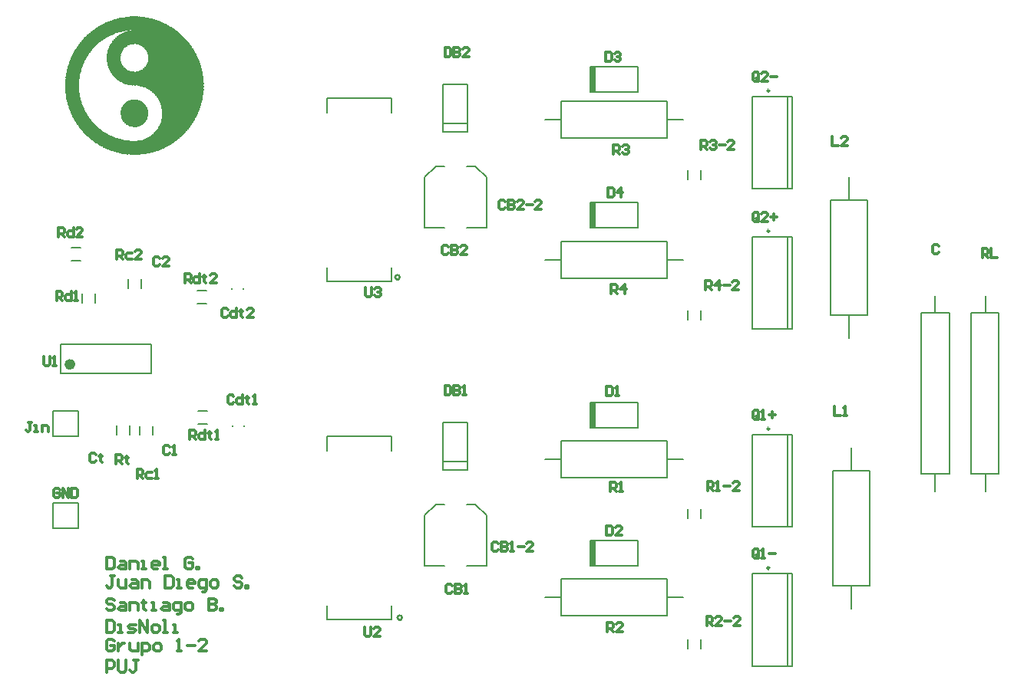
<source format=gbr>
%TF.GenerationSoftware,Altium Limited,Altium Designer,20.0.13 (296)*%
G04 Layer_Color=65535*
%FSLAX26Y26*%
%MOIN*%
%TF.FileFunction,Legend,Top*%
%TF.Part,Single*%
G01*
G75*
%TA.AperFunction,NonConductor*%
%ADD41C,0.009842*%
%ADD42C,0.007874*%
%ADD43C,0.011811*%
%ADD62C,0.023622*%
%ADD63C,0.005000*%
%ADD64R,0.031496X0.110236*%
G36*
X2861322Y4043334D02*
X2862274D01*
Y4042382D01*
X2863226D01*
Y4043334D01*
X2864179D01*
Y4042382D01*
X2865131D01*
Y4043334D01*
X2866083D01*
Y4042382D01*
X2867035D01*
Y4043334D01*
X2867988D01*
Y4042382D01*
X2868940D01*
Y4043334D01*
X2869892D01*
Y4042382D01*
X2876559D01*
Y4041429D01*
X2877511D01*
Y4042382D01*
X2878463D01*
Y4041429D01*
X2879416D01*
Y4040477D01*
X2880368D01*
Y4041429D01*
X2881320D01*
Y4040477D01*
X2882273D01*
Y4041429D01*
X2883225D01*
Y4040477D01*
X2889892D01*
Y4039525D01*
X2890844D01*
Y4040477D01*
X2891796D01*
Y4039525D01*
X2892749D01*
Y4038572D01*
X2893701D01*
Y4039525D01*
X2894653D01*
Y4038572D01*
X2899415D01*
Y4037620D01*
X2900367D01*
Y4036668D01*
X2901320D01*
Y4037620D01*
X2900367D01*
Y4038572D01*
X2901320D01*
Y4037620D01*
X2902272D01*
Y4036668D01*
X2903224D01*
Y4037620D01*
X2904177D01*
Y4036668D01*
X2908938D01*
Y4035715D01*
X2909890D01*
Y4034763D01*
X2910843D01*
Y4035715D01*
X2909890D01*
Y4036668D01*
X2910843D01*
Y4035715D01*
X2911795D01*
Y4034763D01*
X2914652D01*
Y4033811D01*
X2915604D01*
Y4034763D01*
X2916557D01*
Y4033811D01*
X2917509D01*
Y4032858D01*
X2922271D01*
Y4031906D01*
X2923223D01*
Y4030954D01*
X2924175D01*
Y4031906D01*
X2923223D01*
Y4032858D01*
X2924175D01*
Y4031906D01*
X2925128D01*
Y4030954D01*
X2927985D01*
Y4030001D01*
X2928937D01*
Y4029049D01*
X2929890D01*
Y4030001D01*
X2930842D01*
Y4029049D01*
X2933699D01*
Y4028097D01*
X2934651D01*
Y4029049D01*
X2935603D01*
Y4028097D01*
X2936556D01*
Y4027144D01*
X2939413D01*
Y4026192D01*
X2940365D01*
Y4025240D01*
X2941317D01*
Y4026192D01*
X2942270D01*
Y4025240D01*
X2945127D01*
Y4024287D01*
X2946079D01*
Y4023335D01*
X2947031D01*
Y4024287D01*
X2947984D01*
Y4023335D01*
X2948936D01*
Y4022383D01*
X2949888D01*
Y4023335D01*
X2950841D01*
Y4022383D01*
X2951793D01*
Y4021430D01*
X2954650D01*
Y4020478D01*
X2955602D01*
Y4019526D01*
X2956555D01*
Y4020478D01*
X2957507D01*
Y4019526D01*
X2958459D01*
Y4018573D01*
X2959412D01*
Y4017621D01*
X2960364D01*
Y4018573D01*
X2961316D01*
Y4017621D01*
X2962269D01*
Y4016669D01*
X2963221D01*
Y4017621D01*
X2964173D01*
Y4016669D01*
X2965126D01*
Y4015716D01*
X2967983D01*
Y4014764D01*
X2968935D01*
Y4013812D01*
X2971792D01*
Y4012860D01*
X2972744D01*
Y4011907D01*
X2975601D01*
Y4010955D01*
X2976554D01*
Y4010003D01*
X2977506D01*
Y4009050D01*
X2978458D01*
Y4010003D01*
X2979411D01*
Y4009050D01*
X2980363D01*
Y4008098D01*
X2982268D01*
Y4007146D01*
Y4006193D01*
X2983220D01*
Y4007146D01*
X2984172D01*
Y4006193D01*
X2985125D01*
Y4005241D01*
X2986077D01*
Y4004289D01*
X2987029D01*
Y4005241D01*
X2986077D01*
Y4006193D01*
X2987029D01*
Y4005241D01*
X2987982D01*
Y4004289D01*
X2988934D01*
Y4003336D01*
X2989886D01*
Y4002384D01*
X2992743D01*
Y4001432D01*
X2993696D01*
Y4000479D01*
X2994648D01*
Y3999527D01*
X2995600D01*
Y3998575D01*
X2996553D01*
Y3999527D01*
X2995600D01*
Y4000479D01*
X2996553D01*
Y3999527D01*
X2997505D01*
Y3998575D01*
X2998457D01*
Y3997622D01*
X2999410D01*
Y3996670D01*
X3002267D01*
Y3995718D01*
X3001314D01*
Y3994765D01*
X3004171D01*
Y3993813D01*
X3005124D01*
Y3992860D01*
X3006076D01*
Y3991908D01*
X3007028D01*
Y3990956D01*
X3007981D01*
Y3991908D01*
X3007028D01*
Y3992860D01*
X3007981D01*
Y3991908D01*
X3008933D01*
Y3990956D01*
X3009885D01*
Y3990003D01*
X3010838D01*
Y3989051D01*
X3011790D01*
Y3988099D01*
X3012742D01*
Y3987146D01*
X3015599D01*
Y3986194D01*
X3016552D01*
Y3985242D01*
X3017504D01*
Y3984289D01*
X3018456D01*
Y3983337D01*
X3019409D01*
Y3982385D01*
X3020361D01*
Y3983337D01*
X3021313D01*
Y3982385D01*
X3022266D01*
Y3981432D01*
X3023218D01*
Y3980480D01*
X3024170D01*
Y3979528D01*
X3025123D01*
Y3978575D01*
X3026075D01*
Y3977623D01*
X3027027D01*
Y3976671D01*
X3027980D01*
Y3975718D01*
X3030837D01*
Y3974766D01*
X3029884D01*
Y3973814D01*
X3032741D01*
Y3972861D01*
X3031789D01*
Y3971909D01*
X3034646D01*
Y3970957D01*
X3035598D01*
Y3970005D01*
X3036551D01*
Y3969052D01*
X3037503D01*
Y3968100D01*
X3038455D01*
Y3967148D01*
X3039408D01*
Y3966195D01*
X3040360D01*
Y3965243D01*
X3041312D01*
Y3964291D01*
X3042265D01*
Y3963338D01*
X3043217D01*
Y3962386D01*
X3044169D01*
Y3961434D01*
X3045122D01*
Y3960481D01*
X3047979D01*
Y3959529D01*
X3047026D01*
Y3958577D01*
X3047979D01*
Y3957624D01*
X3048931D01*
Y3956672D01*
X3051788D01*
Y3955720D01*
X3050836D01*
Y3954767D01*
X3051788D01*
Y3953815D01*
X3052740D01*
Y3952863D01*
X3055597D01*
Y3951910D01*
X3054645D01*
Y3950958D01*
X3055597D01*
Y3950006D01*
X3056550D01*
Y3949053D01*
X3057502D01*
Y3948101D01*
X3058454D01*
Y3947149D01*
X3059407D01*
Y3946196D01*
X3060359D01*
Y3945244D01*
X3061311D01*
Y3944292D01*
X3062264D01*
Y3943339D01*
X3063216D01*
Y3942387D01*
X3064168D01*
Y3941435D01*
X3065121D01*
Y3940482D01*
X3066073D01*
Y3939530D01*
X3067025D01*
Y3938578D01*
X3066073D01*
Y3937625D01*
X3068930D01*
Y3936673D01*
X3067978D01*
Y3935721D01*
X3069882D01*
Y3934768D01*
Y3933816D01*
X3070835D01*
Y3932864D01*
X3071787D01*
Y3931911D01*
X3072739D01*
Y3930959D01*
X3073692D01*
Y3930007D01*
X3074644D01*
Y3929054D01*
X3075596D01*
Y3928102D01*
X3076549D01*
Y3927150D01*
X3075596D01*
Y3926197D01*
X3078453D01*
Y3925245D01*
X3077501D01*
Y3924293D01*
X3078453D01*
Y3923340D01*
X3079406D01*
Y3922388D01*
X3080358D01*
Y3921436D01*
X3081310D01*
Y3920483D01*
X3082262D01*
Y3919531D01*
X3081310D01*
Y3918579D01*
X3083215D01*
Y3917626D01*
Y3916674D01*
X3084167D01*
Y3915722D01*
X3085119D01*
Y3914769D01*
X3086072D01*
Y3913817D01*
X3087024D01*
Y3912865D01*
X3087977D01*
Y3911912D01*
X3087024D01*
Y3912865D01*
X3086072D01*
Y3911912D01*
X3087024D01*
Y3910960D01*
X3087977D01*
Y3910008D01*
X3088929D01*
Y3909055D01*
X3089881D01*
Y3908103D01*
X3088929D01*
Y3907151D01*
X3090834D01*
Y3906198D01*
Y3905246D01*
X3091786D01*
Y3904294D01*
X3092738D01*
Y3903341D01*
X3093691D01*
Y3902389D01*
Y3901437D01*
Y3900484D01*
X3094643D01*
Y3899532D01*
X3095595D01*
Y3898580D01*
X3096548D01*
Y3897627D01*
Y3896675D01*
Y3895723D01*
X3097500D01*
Y3894770D01*
X3098452D01*
Y3893818D01*
X3099405D01*
Y3892866D01*
X3098452D01*
Y3891913D01*
X3099405D01*
Y3890961D01*
X3100357D01*
Y3890009D01*
X3101309D01*
Y3889056D01*
X3100357D01*
Y3888104D01*
X3102262D01*
Y3887152D01*
Y3886199D01*
X3103214D01*
Y3885247D01*
X3104166D01*
Y3884295D01*
X3105119D01*
Y3883342D01*
X3104166D01*
Y3882390D01*
X3105119D01*
Y3881438D01*
X3106071D01*
Y3880485D01*
X3107023D01*
Y3879533D01*
X3106071D01*
Y3878581D01*
X3107023D01*
Y3877628D01*
X3107976D01*
Y3876676D01*
X3108928D01*
Y3875724D01*
X3107976D01*
Y3874771D01*
X3108928D01*
Y3873819D01*
X3109880D01*
Y3872867D01*
Y3871914D01*
Y3870962D01*
X3110832D01*
Y3870010D01*
X3111785D01*
Y3869057D01*
X3112737D01*
Y3868105D01*
X3111785D01*
Y3867153D01*
X3112737D01*
Y3866200D01*
X3111785D01*
Y3865248D01*
X3113689D01*
Y3864296D01*
Y3863343D01*
X3114642D01*
Y3862391D01*
X3113689D01*
Y3861439D01*
X3114642D01*
Y3860486D01*
X3115594D01*
Y3859534D01*
X3116546D01*
Y3858582D01*
X3115594D01*
Y3857629D01*
X3116546D01*
Y3856677D01*
X3117499D01*
Y3855725D01*
X3118451D01*
Y3854772D01*
X3117499D01*
Y3855725D01*
X3116546D01*
Y3854772D01*
X3117499D01*
Y3853820D01*
X3118451D01*
Y3852868D01*
X3117499D01*
Y3851915D01*
X3118451D01*
Y3850963D01*
X3119403D01*
Y3850011D01*
X3120356D01*
Y3849058D01*
X3119403D01*
Y3848106D01*
X3120356D01*
Y3847154D01*
X3119403D01*
Y3846201D01*
X3121308D01*
Y3845249D01*
Y3844297D01*
X3122260D01*
Y3843344D01*
X3121308D01*
Y3842392D01*
X3122260D01*
Y3841440D01*
X3123213D01*
Y3840487D01*
Y3839535D01*
Y3838583D01*
X3124165D01*
Y3837630D01*
X3123213D01*
Y3836678D01*
X3124165D01*
Y3835726D01*
X3123213D01*
Y3834773D01*
X3125117D01*
Y3833821D01*
Y3832869D01*
X3126070D01*
Y3831916D01*
X3125117D01*
Y3830964D01*
X3126070D01*
Y3830012D01*
X3125117D01*
Y3829059D01*
X3126070D01*
Y3828107D01*
X3127022D01*
Y3827155D01*
X3127974D01*
Y3826202D01*
X3127022D01*
Y3825250D01*
X3127974D01*
Y3824298D01*
X3127022D01*
Y3823345D01*
X3127974D01*
Y3822393D01*
X3128927D01*
Y3821441D01*
Y3820488D01*
Y3819536D01*
X3129879D01*
Y3818584D01*
X3128927D01*
Y3817631D01*
X3129879D01*
Y3816679D01*
X3128927D01*
Y3815727D01*
X3129879D01*
Y3814774D01*
X3130831D01*
Y3813822D01*
Y3812870D01*
Y3811918D01*
X3131784D01*
Y3810965D01*
X3130831D01*
Y3810013D01*
X3131784D01*
Y3809061D01*
X3130831D01*
Y3808108D01*
X3131784D01*
Y3807156D01*
X3132736D01*
Y3806204D01*
X3131784D01*
Y3805251D01*
X3132736D01*
Y3804299D01*
Y3803347D01*
Y3802394D01*
X3133689D01*
Y3801442D01*
X3132736D01*
Y3800490D01*
X3133689D01*
Y3799537D01*
X3132736D01*
Y3798585D01*
X3133689D01*
Y3797633D01*
Y3796680D01*
Y3795728D01*
X3134641D01*
Y3794776D01*
Y3793823D01*
Y3792871D01*
X3135593D01*
Y3791919D01*
X3134641D01*
Y3790966D01*
X3135593D01*
Y3790014D01*
X3134641D01*
Y3789061D01*
X3135593D01*
Y3788109D01*
Y3787157D01*
Y3786204D01*
Y3785252D01*
Y3784300D01*
X3136546D01*
Y3783347D01*
X3137498D01*
Y3782395D01*
X3136546D01*
Y3783347D01*
X3135593D01*
Y3782395D01*
X3136546D01*
Y3781443D01*
Y3780490D01*
Y3779538D01*
X3137498D01*
Y3778586D01*
X3136546D01*
Y3777633D01*
X3137498D01*
Y3776681D01*
X3136546D01*
Y3775729D01*
X3137498D01*
Y3774776D01*
X3136546D01*
Y3773824D01*
X3137498D01*
Y3772872D01*
X3136546D01*
Y3771919D01*
X3137498D01*
Y3770967D01*
Y3770015D01*
Y3769062D01*
Y3768110D01*
Y3767158D01*
X3138450D01*
Y3766206D01*
X3137498D01*
Y3765253D01*
X3138450D01*
Y3764301D01*
X3137498D01*
Y3763349D01*
X3138450D01*
Y3762396D01*
X3139403D01*
Y3761444D01*
X3138450D01*
Y3762396D01*
X3137498D01*
Y3761444D01*
X3138450D01*
Y3760492D01*
Y3759539D01*
Y3758587D01*
X3139403D01*
Y3757635D01*
X3138450D01*
Y3756682D01*
X3139403D01*
Y3755730D01*
X3138450D01*
Y3754778D01*
X3139403D01*
Y3753825D01*
X3138450D01*
Y3752873D01*
X3139403D01*
Y3751921D01*
X3138450D01*
Y3750968D01*
X3139403D01*
Y3750016D01*
X3138450D01*
Y3749064D01*
X3139403D01*
Y3748111D01*
X3138450D01*
Y3747159D01*
X3139403D01*
Y3746207D01*
X3138450D01*
Y3745254D01*
X3139403D01*
Y3744302D01*
X3138450D01*
Y3743350D01*
X3139403D01*
Y3742397D01*
X3138450D01*
Y3741445D01*
X3139403D01*
Y3740493D01*
X3138450D01*
Y3739540D01*
X3139403D01*
Y3738588D01*
X3138450D01*
Y3737636D01*
X3139403D01*
Y3736683D01*
X3138450D01*
Y3735731D01*
X3139403D01*
Y3734779D01*
X3138450D01*
Y3733826D01*
X3139403D01*
Y3732874D01*
X3138450D01*
Y3731922D01*
X3139403D01*
Y3730969D01*
X3138450D01*
Y3730017D01*
Y3729065D01*
Y3728112D01*
X3139403D01*
Y3727160D01*
X3138450D01*
Y3726208D01*
Y3725255D01*
Y3724303D01*
X3139403D01*
Y3723351D01*
X3138450D01*
Y3724303D01*
X3137498D01*
Y3723351D01*
X3138450D01*
Y3722398D01*
X3137498D01*
Y3721446D01*
X3138450D01*
Y3720494D01*
X3137498D01*
Y3719541D01*
Y3718589D01*
Y3717637D01*
Y3716684D01*
Y3715732D01*
X3136546D01*
Y3714780D01*
X3137498D01*
Y3713827D01*
X3136546D01*
Y3712875D01*
X3137498D01*
Y3711923D01*
X3136546D01*
Y3710970D01*
X3137498D01*
Y3710018D01*
X3136546D01*
Y3709066D01*
X3137498D01*
Y3708113D01*
X3136546D01*
Y3707161D01*
X3137498D01*
Y3706209D01*
X3136546D01*
Y3705256D01*
Y3704304D01*
Y3703352D01*
X3135593D01*
Y3702399D01*
Y3701447D01*
Y3700495D01*
Y3699542D01*
Y3698590D01*
X3134641D01*
Y3697638D01*
X3135593D01*
Y3696685D01*
X3134641D01*
Y3695733D01*
X3135593D01*
Y3694781D01*
X3134641D01*
Y3693828D01*
X3135593D01*
Y3692876D01*
X3134641D01*
Y3691924D01*
X3133689D01*
Y3690971D01*
X3134641D01*
Y3690019D01*
X3133689D01*
Y3689067D01*
Y3688114D01*
Y3687162D01*
X3132736D01*
Y3686210D01*
X3133689D01*
Y3685257D01*
X3132736D01*
Y3684305D01*
X3133689D01*
Y3683353D01*
X3132736D01*
Y3682400D01*
Y3681448D01*
Y3680496D01*
X3131784D01*
Y3679543D01*
X3130831D01*
Y3678591D01*
X3131784D01*
Y3677639D01*
X3130831D01*
Y3676686D01*
X3131784D01*
Y3675734D01*
X3130831D01*
Y3674782D01*
X3131784D01*
Y3673829D01*
X3130831D01*
Y3672877D01*
X3129879D01*
Y3671925D01*
Y3670972D01*
Y3670020D01*
X3128927D01*
Y3669068D01*
X3129879D01*
Y3668115D01*
X3128927D01*
Y3667163D01*
Y3666211D01*
Y3665258D01*
X3127974D01*
Y3664306D01*
X3127022D01*
Y3663354D01*
X3127974D01*
Y3662401D01*
X3127022D01*
Y3661449D01*
X3127974D01*
Y3660497D01*
X3127022D01*
Y3659544D01*
Y3658592D01*
Y3657640D01*
X3126070D01*
Y3656687D01*
X3125117D01*
Y3655735D01*
X3126070D01*
Y3654783D01*
X3125117D01*
Y3653830D01*
X3126070D01*
Y3652878D01*
X3125117D01*
Y3651926D01*
X3124165D01*
Y3650973D01*
X3123213D01*
Y3650021D01*
X3124165D01*
Y3649069D01*
X3123213D01*
Y3648116D01*
X3124165D01*
Y3647164D01*
X3123213D01*
Y3646212D01*
X3122260D01*
Y3645259D01*
X3121308D01*
Y3644307D01*
X3122260D01*
Y3643355D01*
X3121308D01*
Y3642402D01*
X3122260D01*
Y3641450D01*
X3121308D01*
Y3642402D01*
X3120356D01*
Y3641450D01*
Y3640498D01*
Y3639545D01*
X3119403D01*
Y3638593D01*
X3120356D01*
Y3637641D01*
X3119403D01*
Y3636688D01*
X3120356D01*
Y3635736D01*
X3119403D01*
Y3636688D01*
X3118451D01*
Y3635736D01*
Y3634784D01*
Y3633831D01*
X3117499D01*
Y3632879D01*
X3118451D01*
Y3631927D01*
X3117499D01*
Y3630974D01*
X3116546D01*
Y3630022D01*
X3115594D01*
Y3629070D01*
X3116546D01*
Y3628117D01*
X3115594D01*
Y3627165D01*
X3114642D01*
Y3626213D01*
Y3625260D01*
Y3624308D01*
X3113689D01*
Y3623356D01*
X3114642D01*
Y3622403D01*
X3113689D01*
Y3621451D01*
X3112737D01*
Y3620499D01*
X3111785D01*
Y3619546D01*
Y3618594D01*
Y3617642D01*
X3110832D01*
Y3616689D01*
X3109880D01*
Y3615737D01*
X3110832D01*
Y3614785D01*
X3109880D01*
Y3613832D01*
X3108928D01*
Y3612880D01*
X3107976D01*
Y3611928D01*
X3108928D01*
Y3610975D01*
X3107976D01*
Y3610023D01*
X3107023D01*
Y3609071D01*
X3106071D01*
Y3608118D01*
X3107023D01*
Y3607166D01*
X3106071D01*
Y3606214D01*
X3105119D01*
Y3605261D01*
X3104166D01*
Y3604309D01*
X3105119D01*
Y3603357D01*
X3104166D01*
Y3602404D01*
X3103214D01*
Y3601452D01*
X3102262D01*
Y3600500D01*
X3103214D01*
Y3599548D01*
X3102262D01*
Y3598595D01*
X3101309D01*
Y3597643D01*
X3100357D01*
Y3596691D01*
Y3595738D01*
Y3594786D01*
X3099405D01*
Y3593834D01*
X3098452D01*
Y3592881D01*
X3099405D01*
Y3591929D01*
X3098452D01*
Y3592881D01*
X3097500D01*
Y3591929D01*
X3096548D01*
Y3590977D01*
X3097500D01*
Y3590024D01*
X3096548D01*
Y3589072D01*
X3095595D01*
Y3588119D01*
X3094643D01*
Y3587167D01*
X3095595D01*
Y3586215D01*
X3094643D01*
Y3585262D01*
X3093691D01*
Y3584310D01*
X3092738D01*
Y3583358D01*
X3091786D01*
Y3582405D01*
X3090834D01*
Y3581453D01*
X3091786D01*
Y3580501D01*
X3090834D01*
Y3579548D01*
X3089881D01*
Y3580501D01*
X3088929D01*
Y3579548D01*
X3089881D01*
Y3578596D01*
X3088929D01*
Y3577644D01*
Y3576691D01*
X3087024D01*
Y3575739D01*
X3087977D01*
Y3574787D01*
X3087024D01*
Y3573834D01*
X3086072D01*
Y3572882D01*
X3085119D01*
Y3571930D01*
X3084167D01*
Y3570977D01*
X3083215D01*
Y3570025D01*
X3084167D01*
Y3569073D01*
X3083215D01*
Y3568120D01*
X3082262D01*
Y3567168D01*
X3081310D01*
Y3566216D01*
X3080358D01*
Y3565264D01*
X3079406D01*
Y3564311D01*
Y3563359D01*
X3078453D01*
Y3562407D01*
Y3561454D01*
X3077501D01*
Y3560502D01*
X3076549D01*
Y3559550D01*
X3075596D01*
Y3558597D01*
X3074644D01*
Y3557645D01*
X3073692D01*
Y3556693D01*
X3074644D01*
Y3555740D01*
X3073692D01*
Y3556693D01*
X3072739D01*
Y3555740D01*
X3071787D01*
Y3554788D01*
X3072739D01*
Y3553836D01*
X3069882D01*
Y3552883D01*
X3070835D01*
Y3551931D01*
X3069882D01*
Y3550979D01*
X3068930D01*
Y3550026D01*
X3067978D01*
Y3549074D01*
X3067025D01*
Y3548122D01*
X3066073D01*
Y3547169D01*
X3065121D01*
Y3546217D01*
X3064168D01*
Y3545265D01*
Y3544312D01*
X3062264D01*
Y3543360D01*
Y3542407D01*
X3060359D01*
Y3541455D01*
X3061311D01*
Y3540503D01*
X3059407D01*
Y3539550D01*
Y3538598D01*
X3057502D01*
Y3537646D01*
Y3536694D01*
X3056550D01*
Y3535741D01*
X3055597D01*
Y3534789D01*
X3054645D01*
Y3533837D01*
X3053693D01*
Y3532884D01*
X3052740D01*
Y3531932D01*
X3051788D01*
Y3530980D01*
X3050836D01*
Y3530027D01*
X3049883D01*
Y3529075D01*
X3048931D01*
Y3528123D01*
X3047979D01*
Y3527170D01*
X3047026D01*
Y3526218D01*
X3046074D01*
Y3525266D01*
X3045122D01*
Y3524313D01*
X3044169D01*
Y3523361D01*
X3041312D01*
Y3522409D01*
X3042265D01*
Y3521456D01*
X3039408D01*
Y3520504D01*
Y3519552D01*
X3037503D01*
Y3518599D01*
Y3517647D01*
X3035598D01*
Y3516695D01*
X3034646D01*
Y3515742D01*
X3033694D01*
Y3514790D01*
X3032741D01*
Y3513838D01*
X3031789D01*
Y3512885D01*
X3030837D01*
Y3511933D01*
X3029884D01*
Y3510981D01*
X3028932D01*
Y3511933D01*
X3027980D01*
Y3510981D01*
X3028932D01*
Y3510028D01*
X3026075D01*
Y3509076D01*
X3027027D01*
Y3508124D01*
X3026075D01*
Y3509076D01*
X3025123D01*
Y3508124D01*
X3024170D01*
Y3507171D01*
X3025123D01*
Y3506219D01*
X3024170D01*
Y3507171D01*
X3023218D01*
Y3506219D01*
X3022266D01*
Y3505267D01*
X3021313D01*
Y3504314D01*
X3020361D01*
Y3503362D01*
X3019409D01*
Y3502410D01*
X3016552D01*
Y3501457D01*
X3015599D01*
Y3500505D01*
X3014647D01*
Y3499553D01*
X3013695D01*
Y3498600D01*
X3010838D01*
Y3497648D01*
X3011790D01*
Y3496696D01*
X3010838D01*
Y3497648D01*
X3009885D01*
Y3496696D01*
X3008933D01*
Y3495743D01*
X3007981D01*
Y3494791D01*
X3007028D01*
Y3493839D01*
X3006076D01*
Y3492886D01*
X3003219D01*
Y3491934D01*
X3002267D01*
Y3490982D01*
X2999410D01*
Y3490029D01*
X3000362D01*
Y3489077D01*
X2999410D01*
Y3490029D01*
X2998457D01*
Y3489077D01*
X2997505D01*
Y3488125D01*
X2996553D01*
Y3487172D01*
X2995600D01*
Y3486220D01*
X2994648D01*
Y3487172D01*
X2993696D01*
Y3486220D01*
X2992743D01*
Y3485268D01*
X2991791D01*
Y3484315D01*
X2990839D01*
Y3485268D01*
X2989886D01*
Y3484315D01*
X2990839D01*
Y3483363D01*
X2987982D01*
Y3482411D01*
X2987029D01*
Y3481458D01*
X2984172D01*
Y3480506D01*
X2983220D01*
Y3479554D01*
X2980363D01*
Y3478601D01*
X2979411D01*
Y3477649D01*
X2978458D01*
Y3476697D01*
X2975601D01*
Y3475744D01*
X2974649D01*
Y3474792D01*
X2973697D01*
Y3475744D01*
X2972744D01*
Y3474792D01*
X2973697D01*
Y3473840D01*
X2972744D01*
Y3474792D01*
X2971792D01*
Y3473840D01*
X2970840D01*
Y3472887D01*
X2969887D01*
Y3473840D01*
X2968935D01*
Y3472887D01*
X2969887D01*
Y3471935D01*
X2968935D01*
Y3472887D01*
X2967983D01*
Y3471935D01*
X2965126D01*
Y3470983D01*
X2966078D01*
Y3470030D01*
X2965126D01*
Y3470983D01*
X2964173D01*
Y3470030D01*
X2963221D01*
Y3469078D01*
X2962269D01*
Y3470030D01*
X2961316D01*
Y3469078D01*
X2960364D01*
Y3468126D01*
X2957507D01*
Y3467173D01*
X2956555D01*
Y3466221D01*
X2953698D01*
Y3465269D01*
X2952745D01*
Y3466221D01*
X2951793D01*
Y3465269D01*
X2952745D01*
Y3464316D01*
X2951793D01*
Y3465269D01*
X2950841D01*
Y3464316D01*
X2949888D01*
Y3463364D01*
X2948936D01*
Y3464316D01*
X2947984D01*
Y3463364D01*
X2947031D01*
Y3462412D01*
X2944174D01*
Y3461459D01*
X2943222D01*
Y3462412D01*
X2942270D01*
Y3461459D01*
X2943222D01*
Y3460507D01*
X2942270D01*
Y3461459D01*
X2941317D01*
Y3460507D01*
X2938460D01*
Y3459555D01*
X2935603D01*
Y3458602D01*
X2932746D01*
Y3457650D01*
X2931794D01*
Y3456698D01*
X2930842D01*
Y3457650D01*
X2929890D01*
Y3456698D01*
X2927032D01*
Y3455745D01*
X2924175D01*
Y3454793D01*
X2921318D01*
Y3453841D01*
X2920366D01*
Y3454793D01*
X2919414D01*
Y3453841D01*
X2918461D01*
Y3452888D01*
X2917509D01*
Y3453841D01*
X2916557D01*
Y3452888D01*
X2913700D01*
Y3451936D01*
X2912747D01*
Y3452888D01*
X2911795D01*
Y3451936D01*
X2912747D01*
Y3450984D01*
X2911795D01*
Y3451936D01*
X2910843D01*
Y3450984D01*
X2909890D01*
Y3451936D01*
X2908938D01*
Y3450984D01*
X2906081D01*
Y3450031D01*
X2905129D01*
Y3450984D01*
X2904177D01*
Y3450031D01*
X2905129D01*
Y3449079D01*
X2904177D01*
Y3450031D01*
X2903224D01*
Y3449079D01*
X2902272D01*
Y3450031D01*
X2901320D01*
Y3449079D01*
X2898463D01*
Y3448127D01*
X2897510D01*
Y3449079D01*
X2896558D01*
Y3448127D01*
X2895606D01*
Y3449079D01*
X2894653D01*
Y3448127D01*
X2893701D01*
Y3447174D01*
X2892749D01*
Y3448127D01*
X2891796D01*
Y3447174D01*
X2887035D01*
Y3446222D01*
X2886082D01*
Y3447174D01*
X2885130D01*
Y3446222D01*
X2884177D01*
Y3447174D01*
X2883225D01*
Y3446222D01*
X2884177D01*
Y3445270D01*
X2883225D01*
Y3446222D01*
X2882273D01*
Y3445270D01*
X2881320D01*
Y3446222D01*
X2880368D01*
Y3445270D01*
X2879416D01*
Y3446222D01*
X2878463D01*
Y3445270D01*
X2875606D01*
Y3444317D01*
X2874654D01*
Y3445270D01*
X2873702D01*
Y3444317D01*
X2872749D01*
Y3445270D01*
X2871797D01*
Y3444317D01*
X2870845D01*
Y3445270D01*
X2869892D01*
Y3444317D01*
X2870845D01*
Y3443365D01*
X2869892D01*
Y3444317D01*
X2868940D01*
Y3443365D01*
X2867988D01*
Y3444317D01*
X2867035D01*
Y3443365D01*
X2866083D01*
Y3444317D01*
X2865131D01*
Y3443365D01*
X2864179D01*
Y3444317D01*
X2863226D01*
Y3443365D01*
X2862274D01*
Y3444317D01*
X2861322D01*
Y3443365D01*
X2852751D01*
Y3442413D01*
X2851798D01*
Y3443365D01*
X2850846D01*
Y3442413D01*
X2849894D01*
Y3443365D01*
X2848941D01*
Y3442413D01*
X2847989D01*
Y3443365D01*
X2847037D01*
Y3442413D01*
X2846084D01*
Y3443365D01*
X2845132D01*
Y3442413D01*
X2844180D01*
Y3443365D01*
X2843227D01*
Y3442413D01*
X2842275D01*
Y3443365D01*
X2841323D01*
Y3442413D01*
X2840370D01*
Y3443365D01*
X2839418D01*
Y3442413D01*
X2838466D01*
Y3443365D01*
X2837513D01*
Y3442413D01*
X2836561D01*
Y3443365D01*
X2835609D01*
Y3442413D01*
X2834656D01*
Y3443365D01*
X2833704D01*
Y3442413D01*
X2832752D01*
Y3443365D01*
X2831799D01*
Y3442413D01*
X2830847D01*
Y3443365D01*
X2829895D01*
Y3442413D01*
X2828942D01*
Y3443365D01*
X2827990D01*
Y3442413D01*
X2827038D01*
Y3443365D01*
X2826085D01*
Y3442413D01*
X2825133D01*
Y3443365D01*
X2822276D01*
Y3442413D01*
X2821324D01*
Y3443365D01*
X2816562D01*
Y3444317D01*
X2815610D01*
Y3443365D01*
X2812753D01*
Y3444317D01*
X2811800D01*
Y3443365D01*
X2810848D01*
Y3444317D01*
X2809896D01*
Y3445270D01*
X2808943D01*
Y3444317D01*
X2809896D01*
Y3443365D01*
X2808943D01*
Y3444317D01*
X2807991D01*
Y3443365D01*
X2807039D01*
Y3444317D01*
X2806086D01*
Y3445270D01*
X2805134D01*
Y3444317D01*
X2806086D01*
Y3443365D01*
X2805134D01*
Y3444317D01*
X2804182D01*
Y3445270D01*
X2803229D01*
Y3444317D01*
X2802277D01*
Y3445270D01*
X2801325D01*
Y3444317D01*
X2800372D01*
Y3445270D01*
X2795611D01*
Y3446222D01*
X2794658D01*
Y3445270D01*
X2793706D01*
Y3446222D01*
X2792754D01*
Y3447174D01*
X2791801D01*
Y3446222D01*
X2792754D01*
Y3445270D01*
X2791801D01*
Y3446222D01*
X2790849D01*
Y3447174D01*
X2789897D01*
Y3446222D01*
X2788944D01*
Y3447174D01*
X2787992D01*
Y3446222D01*
X2787040D01*
Y3447174D01*
X2784183D01*
Y3448127D01*
X2783230D01*
Y3447174D01*
X2782278D01*
Y3448127D01*
X2781326D01*
Y3449079D01*
X2780373D01*
Y3448127D01*
X2779421D01*
Y3449079D01*
X2778469D01*
Y3448127D01*
X2777516D01*
Y3449079D01*
X2774659D01*
Y3450031D01*
X2773707D01*
Y3449079D01*
X2772755D01*
Y3450031D01*
X2771802D01*
Y3450984D01*
X2770850D01*
Y3450031D01*
X2771802D01*
Y3449079D01*
X2770850D01*
Y3450031D01*
X2769898D01*
Y3450984D01*
X2767041D01*
Y3451936D01*
X2766088D01*
Y3450984D01*
X2765136D01*
Y3451936D01*
X2764184D01*
Y3452888D01*
X2763231D01*
Y3451936D01*
X2764184D01*
Y3450984D01*
X2763231D01*
Y3451936D01*
X2762279D01*
Y3452888D01*
X2757517D01*
Y3453841D01*
X2756565D01*
Y3454793D01*
X2755613D01*
Y3453841D01*
X2754660D01*
Y3454793D01*
X2751803D01*
Y3455745D01*
X2748946D01*
Y3456698D01*
X2746089D01*
Y3457650D01*
X2745137D01*
Y3456698D01*
X2744185D01*
Y3457650D01*
X2743232D01*
Y3458602D01*
X2740375D01*
Y3459555D01*
X2739423D01*
Y3458602D01*
X2738471D01*
Y3459555D01*
X2737518D01*
Y3460507D01*
X2734661D01*
Y3461459D01*
X2733709D01*
Y3462412D01*
X2732757D01*
Y3461459D01*
X2731804D01*
Y3462412D01*
X2728947D01*
Y3463364D01*
X2727995D01*
Y3464316D01*
X2727043D01*
Y3463364D01*
X2726090D01*
Y3464316D01*
X2723233D01*
Y3465269D01*
X2722281D01*
Y3466221D01*
X2721329D01*
Y3467173D01*
X2720376D01*
Y3466221D01*
X2719424D01*
Y3467173D01*
X2718472D01*
Y3468126D01*
X2715615D01*
Y3469078D01*
X2714662D01*
Y3470030D01*
X2711805D01*
Y3470983D01*
X2710853D01*
Y3471935D01*
X2709901D01*
Y3470983D01*
X2710853D01*
Y3470030D01*
X2709901D01*
Y3470983D01*
X2708948D01*
Y3471935D01*
X2707996D01*
Y3472887D01*
X2707044D01*
Y3471935D01*
X2706091D01*
Y3472887D01*
X2705139D01*
Y3473840D01*
X2704187D01*
Y3474792D01*
X2703235D01*
Y3475744D01*
X2702282D01*
Y3474792D01*
X2703235D01*
Y3473840D01*
X2702282D01*
Y3474792D01*
X2701330D01*
Y3475744D01*
X2700378D01*
Y3476697D01*
X2699425D01*
Y3477649D01*
X2698473D01*
Y3476697D01*
X2697521D01*
Y3477649D01*
X2696568D01*
Y3478601D01*
X2695616D01*
Y3479554D01*
X2694664D01*
Y3478601D01*
X2695616D01*
Y3477649D01*
X2694664D01*
Y3478601D01*
X2693711D01*
Y3479554D01*
X2692759D01*
Y3480506D01*
X2691807D01*
Y3481458D01*
X2688950D01*
Y3482411D01*
X2687997D01*
Y3483363D01*
X2685140D01*
Y3484315D01*
X2684188D01*
Y3485268D01*
X2683235D01*
Y3486220D01*
X2682283D01*
Y3487172D01*
X2679426D01*
Y3488125D01*
X2678474D01*
Y3489077D01*
X2675617D01*
Y3490029D01*
X2674664D01*
Y3490982D01*
X2673712D01*
Y3491934D01*
X2672760D01*
Y3492886D01*
X2669903D01*
Y3493839D01*
X2668950D01*
Y3494791D01*
X2667998D01*
Y3495743D01*
X2667046D01*
Y3496696D01*
X2664189D01*
Y3497648D01*
X2663236D01*
Y3498600D01*
X2662284D01*
Y3499553D01*
X2661332D01*
Y3500505D01*
X2660380D01*
Y3501457D01*
X2659427D01*
Y3502410D01*
X2656570D01*
Y3503362D01*
X2657523D01*
Y3504314D01*
X2654666D01*
Y3505267D01*
X2653713D01*
Y3506219D01*
X2652761D01*
Y3507171D01*
X2651809D01*
Y3508124D01*
X2648952D01*
Y3509076D01*
X2647999D01*
Y3510028D01*
X2647047D01*
Y3510981D01*
X2646095D01*
Y3511933D01*
X2645142D01*
Y3512885D01*
X2644190D01*
Y3513838D01*
X2643238D01*
Y3514790D01*
X2642285D01*
Y3515742D01*
X2641333D01*
Y3516695D01*
X2640381D01*
Y3517647D01*
X2639428D01*
Y3518599D01*
X2638476D01*
Y3519552D01*
X2636571D01*
Y3520504D01*
Y3521456D01*
X2633714D01*
Y3522409D01*
X2634667D01*
Y3523361D01*
X2631810D01*
Y3524313D01*
X2630857D01*
Y3525266D01*
X2629905D01*
Y3526218D01*
X2628953D01*
Y3527170D01*
X2628000D01*
Y3528123D01*
X2627048D01*
Y3529075D01*
X2626096D01*
Y3530027D01*
X2625143D01*
Y3530980D01*
X2624191D01*
Y3531932D01*
X2623239D01*
Y3532884D01*
X2622286D01*
Y3533837D01*
X2621334D01*
Y3534789D01*
X2620382D01*
Y3535741D01*
X2619429D01*
Y3536694D01*
X2618477D01*
Y3537646D01*
Y3538598D01*
X2616572D01*
Y3539550D01*
Y3540503D01*
X2614668D01*
Y3541455D01*
X2615620D01*
Y3542407D01*
X2614668D01*
Y3543360D01*
X2613715D01*
Y3544312D01*
X2612763D01*
Y3545265D01*
X2611811D01*
Y3546217D01*
X2610858D01*
Y3547169D01*
X2609906D01*
Y3548122D01*
X2608954D01*
Y3549074D01*
X2608001D01*
Y3550026D01*
X2607049D01*
Y3550979D01*
X2606097D01*
Y3551931D01*
X2605144D01*
Y3552883D01*
X2604192D01*
Y3553836D01*
X2603240D01*
Y3554788D01*
X2604192D01*
Y3555740D01*
X2601335D01*
Y3556693D01*
X2602287D01*
Y3557645D01*
X2601335D01*
Y3558597D01*
X2600383D01*
Y3559550D01*
X2599430D01*
Y3560502D01*
X2598478D01*
Y3561454D01*
X2597526D01*
Y3562407D01*
Y3563359D01*
X2596573D01*
Y3564311D01*
Y3565264D01*
X2595621D01*
Y3566216D01*
X2594669D01*
Y3567168D01*
X2593716D01*
Y3568120D01*
X2592764D01*
Y3569073D01*
X2591812D01*
Y3570025D01*
X2592764D01*
Y3570977D01*
X2590859D01*
Y3571930D01*
Y3572882D01*
X2589907D01*
Y3573834D01*
X2588955D01*
Y3574787D01*
X2588002D01*
Y3575739D01*
X2588955D01*
Y3576691D01*
X2588002D01*
Y3577644D01*
X2587050D01*
Y3578596D01*
X2586098D01*
Y3579548D01*
X2585145D01*
Y3580501D01*
X2584193D01*
Y3581453D01*
X2585145D01*
Y3582405D01*
X2582288D01*
Y3583358D01*
X2583241D01*
Y3584310D01*
X2582288D01*
Y3585262D01*
X2581336D01*
Y3586215D01*
X2580384D01*
Y3587167D01*
X2581336D01*
Y3588119D01*
X2580384D01*
Y3589072D01*
X2579431D01*
Y3590024D01*
X2578479D01*
Y3590977D01*
X2579431D01*
Y3591929D01*
X2578479D01*
Y3592881D01*
X2577527D01*
Y3593834D01*
X2576574D01*
Y3594786D01*
Y3595738D01*
X2575622D01*
Y3596691D01*
Y3597643D01*
X2574670D01*
Y3598595D01*
X2573717D01*
Y3599548D01*
X2572765D01*
Y3600500D01*
X2573717D01*
Y3601452D01*
X2572765D01*
Y3602404D01*
X2571813D01*
Y3603357D01*
X2570860D01*
Y3604309D01*
X2571813D01*
Y3605261D01*
X2570860D01*
Y3606214D01*
X2569908D01*
Y3607166D01*
X2568956D01*
Y3608118D01*
X2569908D01*
Y3609071D01*
X2568956D01*
Y3610023D01*
X2568003D01*
Y3610975D01*
X2567051D01*
Y3611928D01*
X2568003D01*
Y3612880D01*
X2567051D01*
Y3613832D01*
X2566099D01*
Y3614785D01*
X2565146D01*
Y3615737D01*
X2566099D01*
Y3616689D01*
X2565146D01*
Y3617642D01*
X2564194D01*
Y3618594D01*
Y3619546D01*
Y3620499D01*
X2563242D01*
Y3621451D01*
X2562289D01*
Y3622403D01*
X2561337D01*
Y3623356D01*
X2562289D01*
Y3624308D01*
X2561337D01*
Y3625260D01*
Y3626213D01*
Y3627165D01*
X2560385D01*
Y3628117D01*
X2559432D01*
Y3629070D01*
X2560385D01*
Y3630022D01*
X2559432D01*
Y3630974D01*
X2558480D01*
Y3631927D01*
X2557528D01*
Y3632879D01*
X2558480D01*
Y3633831D01*
X2557528D01*
Y3634784D01*
X2556575D01*
Y3635736D01*
X2555623D01*
Y3636688D01*
X2556575D01*
Y3637641D01*
X2555623D01*
Y3638593D01*
X2556575D01*
Y3639545D01*
X2555623D01*
Y3640498D01*
X2554671D01*
Y3641450D01*
X2553718D01*
Y3642402D01*
X2554671D01*
Y3643355D01*
X2553718D01*
Y3644307D01*
X2554671D01*
Y3645259D01*
X2553718D01*
Y3646212D01*
X2552766D01*
Y3647164D01*
X2551814D01*
Y3648116D01*
X2552766D01*
Y3649069D01*
X2551814D01*
Y3650021D01*
X2552766D01*
Y3650973D01*
X2551814D01*
Y3651926D01*
X2550861D01*
Y3652878D01*
X2549909D01*
Y3653830D01*
X2550861D01*
Y3654783D01*
X2549909D01*
Y3655735D01*
X2550861D01*
Y3656687D01*
X2549909D01*
Y3657640D01*
X2548957D01*
Y3658592D01*
Y3659544D01*
Y3660497D01*
X2548004D01*
Y3661449D01*
X2548957D01*
Y3662401D01*
X2548004D01*
Y3663354D01*
X2548957D01*
Y3664306D01*
X2548004D01*
Y3665258D01*
X2547052D01*
Y3666211D01*
Y3667163D01*
Y3668115D01*
X2546100D01*
Y3669068D01*
X2547052D01*
Y3670020D01*
X2546100D01*
Y3670972D01*
Y3671925D01*
Y3672877D01*
X2545147D01*
Y3673829D01*
X2544195D01*
Y3674782D01*
X2545147D01*
Y3675734D01*
X2544195D01*
Y3676686D01*
X2545147D01*
Y3677639D01*
X2544195D01*
Y3678591D01*
X2545147D01*
Y3679543D01*
X2544195D01*
Y3680496D01*
X2543243D01*
Y3681448D01*
Y3682400D01*
Y3683353D01*
X2542290D01*
Y3684305D01*
X2543243D01*
Y3685257D01*
X2542290D01*
Y3686210D01*
X2543243D01*
Y3687162D01*
X2542290D01*
Y3688114D01*
Y3689067D01*
Y3690019D01*
X2541338D01*
Y3690971D01*
X2542290D01*
Y3691924D01*
X2541338D01*
Y3692876D01*
X2540386D01*
Y3693828D01*
X2541338D01*
Y3694781D01*
X2540386D01*
Y3695733D01*
X2541338D01*
Y3696685D01*
X2540386D01*
Y3697638D01*
X2541338D01*
Y3698590D01*
X2540386D01*
Y3699542D01*
Y3700495D01*
Y3701447D01*
X2539433D01*
Y3702399D01*
X2540386D01*
Y3703352D01*
X2539433D01*
Y3704304D01*
Y3705256D01*
Y3706209D01*
X2538481D01*
Y3707161D01*
X2539433D01*
Y3708113D01*
X2538481D01*
Y3709066D01*
X2539433D01*
Y3710018D01*
X2538481D01*
Y3710970D01*
X2539433D01*
Y3711923D01*
X2538481D01*
Y3712875D01*
X2539433D01*
Y3713827D01*
X2538481D01*
Y3714780D01*
X2539433D01*
Y3715732D01*
X2538481D01*
Y3716684D01*
Y3717637D01*
Y3718589D01*
X2537529D01*
Y3719541D01*
X2538481D01*
Y3720494D01*
Y3721446D01*
Y3722398D01*
X2537529D01*
Y3723351D01*
X2536576D01*
Y3724303D01*
X2537529D01*
Y3725255D01*
X2538481D01*
Y3726208D01*
X2537529D01*
Y3727160D01*
X2536576D01*
Y3728112D01*
X2537529D01*
Y3729065D01*
Y3730017D01*
Y3730969D01*
X2536576D01*
Y3731922D01*
X2537529D01*
Y3732874D01*
X2536576D01*
Y3733826D01*
X2537529D01*
Y3734779D01*
X2536576D01*
Y3735731D01*
X2537529D01*
Y3736683D01*
X2536576D01*
Y3737636D01*
X2537529D01*
Y3738588D01*
X2536576D01*
Y3739540D01*
X2537529D01*
Y3740493D01*
X2536576D01*
Y3741445D01*
X2537529D01*
Y3742397D01*
X2536576D01*
Y3743350D01*
X2537529D01*
Y3744302D01*
X2536576D01*
Y3745254D01*
X2537529D01*
Y3746207D01*
X2536576D01*
Y3747159D01*
X2537529D01*
Y3748111D01*
X2536576D01*
Y3749064D01*
X2537529D01*
Y3750016D01*
X2536576D01*
Y3750968D01*
X2537529D01*
Y3751921D01*
X2536576D01*
Y3752873D01*
X2537529D01*
Y3753825D01*
X2536576D01*
Y3754778D01*
X2537529D01*
Y3755730D01*
X2536576D01*
Y3756682D01*
X2537529D01*
Y3757635D01*
X2536576D01*
Y3758587D01*
X2537529D01*
Y3759539D01*
X2538481D01*
Y3760492D01*
X2537529D01*
Y3761444D01*
X2536576D01*
Y3762396D01*
X2537529D01*
Y3763349D01*
X2538481D01*
Y3764301D01*
X2537529D01*
Y3765253D01*
X2538481D01*
Y3766206D01*
Y3767158D01*
Y3768110D01*
X2537529D01*
Y3769062D01*
X2538481D01*
Y3770015D01*
Y3770967D01*
Y3771919D01*
X2539433D01*
Y3772872D01*
X2538481D01*
Y3773824D01*
X2539433D01*
Y3774776D01*
X2538481D01*
Y3775729D01*
X2539433D01*
Y3776681D01*
X2538481D01*
Y3777633D01*
X2539433D01*
Y3778586D01*
X2538481D01*
Y3779538D01*
X2539433D01*
Y3780490D01*
X2538481D01*
Y3781443D01*
X2539433D01*
Y3782395D01*
X2540386D01*
Y3783347D01*
X2539433D01*
Y3784300D01*
X2540386D01*
Y3785252D01*
Y3786204D01*
Y3787157D01*
Y3788109D01*
Y3789061D01*
X2541338D01*
Y3790014D01*
X2540386D01*
Y3790966D01*
X2541338D01*
Y3791919D01*
X2540386D01*
Y3792871D01*
X2541338D01*
Y3793823D01*
Y3794776D01*
Y3795728D01*
X2542290D01*
Y3796680D01*
Y3797633D01*
Y3798585D01*
X2543243D01*
Y3799537D01*
X2542290D01*
Y3800490D01*
X2543243D01*
Y3801442D01*
X2542290D01*
Y3802394D01*
X2543243D01*
Y3803347D01*
Y3804299D01*
Y3805251D01*
X2544195D01*
Y3806204D01*
X2543243D01*
Y3807156D01*
X2544195D01*
Y3808108D01*
X2545147D01*
Y3809061D01*
X2544195D01*
Y3810013D01*
X2545147D01*
Y3810965D01*
X2544195D01*
Y3811918D01*
X2545147D01*
Y3812870D01*
Y3813822D01*
Y3814774D01*
X2546100D01*
Y3815727D01*
Y3816679D01*
Y3817631D01*
X2547052D01*
Y3818584D01*
X2546100D01*
Y3819536D01*
X2547052D01*
Y3820488D01*
Y3821441D01*
Y3822393D01*
X2548004D01*
Y3823345D01*
X2548957D01*
Y3824298D01*
X2548004D01*
Y3825250D01*
X2548957D01*
Y3826202D01*
X2548004D01*
Y3827155D01*
X2548957D01*
Y3828107D01*
X2549909D01*
Y3829059D01*
X2548957D01*
Y3830012D01*
X2549909D01*
Y3830964D01*
X2550861D01*
Y3831916D01*
X2549909D01*
Y3832869D01*
X2550861D01*
Y3833821D01*
X2551814D01*
Y3834773D01*
X2550861D01*
Y3835726D01*
X2551814D01*
Y3834773D01*
X2552766D01*
Y3835726D01*
X2551814D01*
Y3836678D01*
X2552766D01*
Y3837630D01*
X2551814D01*
Y3838583D01*
X2552766D01*
Y3839535D01*
X2553718D01*
Y3840487D01*
X2552766D01*
Y3841440D01*
X2553718D01*
Y3842392D01*
X2554671D01*
Y3843344D01*
X2553718D01*
Y3844297D01*
X2554671D01*
Y3845249D01*
X2555623D01*
Y3846201D01*
X2554671D01*
Y3847154D01*
X2555623D01*
Y3846201D01*
X2556575D01*
Y3847154D01*
X2555623D01*
Y3848106D01*
X2556575D01*
Y3849058D01*
X2555623D01*
Y3850011D01*
X2556575D01*
Y3850963D01*
X2557528D01*
Y3851915D01*
X2558480D01*
Y3852868D01*
X2557528D01*
Y3853820D01*
X2558480D01*
Y3854772D01*
X2557528D01*
Y3855725D01*
X2559432D01*
Y3856677D01*
Y3857629D01*
X2560385D01*
Y3858582D01*
X2559432D01*
Y3859534D01*
X2560385D01*
Y3860486D01*
X2561337D01*
Y3861439D01*
X2562289D01*
Y3862391D01*
X2561337D01*
Y3863343D01*
X2562289D01*
Y3864296D01*
X2563242D01*
Y3865248D01*
X2564194D01*
Y3866200D01*
X2563242D01*
Y3867153D01*
X2564194D01*
Y3868105D01*
X2563242D01*
Y3869057D01*
X2565146D01*
Y3870010D01*
Y3870962D01*
X2566099D01*
Y3871914D01*
Y3872867D01*
Y3873819D01*
X2567051D01*
Y3872867D01*
X2568003D01*
Y3873819D01*
X2567051D01*
Y3874771D01*
X2568003D01*
Y3875724D01*
X2567051D01*
Y3876676D01*
X2568003D01*
Y3877628D01*
X2568956D01*
Y3878581D01*
X2569908D01*
Y3879533D01*
X2568956D01*
Y3880485D01*
X2569908D01*
Y3881438D01*
X2570860D01*
Y3882390D01*
X2571813D01*
Y3883342D01*
X2570860D01*
Y3884295D01*
X2572765D01*
Y3885247D01*
Y3886199D01*
X2573717D01*
Y3887152D01*
X2574670D01*
Y3888104D01*
X2573717D01*
Y3889056D01*
X2574670D01*
Y3888104D01*
X2575622D01*
Y3889056D01*
X2574670D01*
Y3890009D01*
X2575622D01*
Y3890961D01*
X2574670D01*
Y3891913D01*
X2575622D01*
Y3890961D01*
X2576574D01*
Y3891913D01*
X2577527D01*
Y3892866D01*
X2576574D01*
Y3893818D01*
X2577527D01*
Y3894770D01*
X2578479D01*
Y3895723D01*
X2579431D01*
Y3896675D01*
X2578479D01*
Y3897627D01*
X2579431D01*
Y3898580D01*
X2580384D01*
Y3899532D01*
X2581336D01*
Y3900484D01*
Y3901437D01*
X2582288D01*
Y3902389D01*
Y3903341D01*
X2583241D01*
Y3904294D01*
X2584193D01*
Y3905246D01*
X2585145D01*
Y3906198D01*
Y3907151D01*
X2587050D01*
Y3908103D01*
X2586098D01*
Y3909055D01*
X2587050D01*
Y3910008D01*
X2588002D01*
Y3910960D01*
X2588955D01*
Y3911912D01*
X2588002D01*
Y3912865D01*
X2589907D01*
Y3913817D01*
Y3914769D01*
X2590859D01*
Y3915722D01*
X2591812D01*
Y3916674D01*
X2592764D01*
Y3917626D01*
X2593716D01*
Y3918579D01*
X2594669D01*
Y3919531D01*
X2593716D01*
Y3920483D01*
X2594669D01*
Y3921436D01*
X2595621D01*
Y3922388D01*
X2596573D01*
Y3923340D01*
X2597526D01*
Y3924293D01*
X2598478D01*
Y3925245D01*
X2597526D01*
Y3926197D01*
X2600383D01*
Y3927150D01*
X2599430D01*
Y3928102D01*
X2600383D01*
Y3929054D01*
X2601335D01*
Y3930007D01*
X2602287D01*
Y3930959D01*
X2603240D01*
Y3931911D01*
X2604192D01*
Y3932864D01*
X2605144D01*
Y3933816D01*
X2606097D01*
Y3934768D01*
Y3935721D01*
X2608001D01*
Y3936673D01*
X2607049D01*
Y3937625D01*
X2608001D01*
Y3938578D01*
X2608954D01*
Y3937625D01*
X2609906D01*
Y3938578D01*
X2608954D01*
Y3939530D01*
X2609906D01*
Y3940482D01*
X2610858D01*
Y3941435D01*
X2611811D01*
Y3942387D01*
X2612763D01*
Y3943339D01*
X2613715D01*
Y3944292D01*
X2614668D01*
Y3945244D01*
X2615620D01*
Y3946196D01*
X2616572D01*
Y3947149D01*
X2617525D01*
Y3948101D01*
X2616572D01*
Y3949053D01*
X2617525D01*
Y3948101D01*
X2618477D01*
Y3949053D01*
X2619429D01*
Y3950006D01*
X2618477D01*
Y3950958D01*
X2621334D01*
Y3951910D01*
X2620382D01*
Y3952863D01*
X2623239D01*
Y3953815D01*
X2622286D01*
Y3954767D01*
X2625143D01*
Y3955720D01*
X2624191D01*
Y3956672D01*
X2627048D01*
Y3957624D01*
X2626096D01*
Y3958577D01*
X2628953D01*
Y3959529D01*
X2628000D01*
Y3960481D01*
X2630857D01*
Y3961434D01*
X2629905D01*
Y3962386D01*
X2632762D01*
Y3963338D01*
X2631810D01*
Y3964291D01*
X2632762D01*
Y3963338D01*
X2633714D01*
Y3964291D01*
X2634667D01*
Y3965243D01*
X2635619D01*
Y3966195D01*
X2636571D01*
Y3967148D01*
X2637524D01*
Y3968100D01*
X2638476D01*
Y3969052D01*
X2639428D01*
Y3970005D01*
X2640381D01*
Y3970957D01*
X2641333D01*
Y3971909D01*
X2642285D01*
Y3972861D01*
X2643238D01*
Y3971909D01*
X2644190D01*
Y3972861D01*
X2643238D01*
Y3973814D01*
X2646095D01*
Y3974766D01*
X2645142D01*
Y3975718D01*
X2647999D01*
Y3976671D01*
X2648952D01*
Y3977623D01*
X2649904D01*
Y3978575D01*
X2650856D01*
Y3979528D01*
X2651809D01*
Y3980480D01*
X2652761D01*
Y3981432D01*
X2654666D01*
Y3982385D01*
Y3983337D01*
X2657523D01*
Y3984289D01*
X2658475D01*
Y3985242D01*
X2659427D01*
Y3986194D01*
X2660380D01*
Y3987146D01*
X2663236D01*
Y3988099D01*
X2664189D01*
Y3989051D01*
X2665141D01*
Y3990003D01*
X2666093D01*
Y3990956D01*
X2667998D01*
Y3991908D01*
Y3992860D01*
X2670855D01*
Y3993813D01*
X2671807D01*
Y3994765D01*
X2672760D01*
Y3995718D01*
X2673712D01*
Y3994765D01*
X2674664D01*
Y3995718D01*
X2673712D01*
Y3996670D01*
X2674664D01*
Y3995718D01*
X2675617D01*
Y3996670D01*
X2676569D01*
Y3997622D01*
X2677521D01*
Y3998575D01*
X2680378D01*
Y3999527D01*
X2679426D01*
Y4000479D01*
X2680378D01*
Y3999527D01*
X2681331D01*
Y4000479D01*
X2682283D01*
Y4001432D01*
X2683235D01*
Y4002384D01*
X2686093D01*
Y4003336D01*
X2687045D01*
Y4004289D01*
X2689902D01*
Y4005241D01*
X2688950D01*
Y4006193D01*
X2689902D01*
Y4005241D01*
X2690854D01*
Y4006193D01*
X2691807D01*
Y4007146D01*
X2692759D01*
Y4006193D01*
X2693711D01*
Y4007146D01*
X2694664D01*
Y4008098D01*
X2695616D01*
Y4009050D01*
X2696568D01*
Y4010003D01*
X2699425D01*
Y4010955D01*
X2700378D01*
Y4011907D01*
X2703235D01*
Y4012860D01*
X2704187D01*
Y4013812D01*
X2707044D01*
Y4014764D01*
X2707996D01*
Y4013812D01*
X2708948D01*
Y4014764D01*
X2707996D01*
Y4015716D01*
X2708948D01*
Y4014764D01*
X2709901D01*
Y4015716D01*
X2710853D01*
Y4016669D01*
X2711805D01*
Y4017621D01*
X2714662D01*
Y4018573D01*
X2715615D01*
Y4017621D01*
X2716567D01*
Y4018573D01*
X2717519D01*
Y4019526D01*
X2720376D01*
Y4020478D01*
X2721329D01*
Y4021430D01*
X2724186D01*
Y4022383D01*
X2725138D01*
Y4023335D01*
X2727995D01*
Y4024287D01*
X2728947D01*
Y4023335D01*
X2729900D01*
Y4024287D01*
X2730852D01*
Y4025240D01*
X2733709D01*
Y4026192D01*
X2734661D01*
Y4025240D01*
X2735614D01*
Y4026192D01*
X2736566D01*
Y4027144D01*
X2739423D01*
Y4028097D01*
X2738471D01*
Y4029049D01*
X2739423D01*
Y4028097D01*
X2740375D01*
Y4029049D01*
X2741328D01*
Y4028097D01*
X2742280D01*
Y4029049D01*
X2745137D01*
Y4030001D01*
X2746089D01*
Y4029049D01*
X2747042D01*
Y4030001D01*
X2747994D01*
Y4030954D01*
X2750851D01*
Y4031906D01*
X2751803D01*
Y4030954D01*
X2752756D01*
Y4031906D01*
X2751803D01*
Y4032858D01*
X2752756D01*
Y4031906D01*
X2753708D01*
Y4032858D01*
X2756565D01*
Y4033811D01*
X2757517D01*
Y4032858D01*
X2758470D01*
Y4033811D01*
X2759422D01*
Y4034763D01*
X2760374D01*
Y4033811D01*
X2761327D01*
Y4034763D01*
X2764184D01*
Y4035715D01*
X2765136D01*
Y4034763D01*
X2766088D01*
Y4035715D01*
X2765136D01*
Y4036668D01*
X2766088D01*
Y4035715D01*
X2767041D01*
Y4036668D01*
X2767993D01*
Y4035715D01*
X2768945D01*
Y4036668D01*
X2771802D01*
Y4037620D01*
X2772755D01*
Y4036668D01*
X2773707D01*
Y4037620D01*
X2774659D01*
Y4036668D01*
X2775612D01*
Y4037620D01*
X2774659D01*
Y4038572D01*
X2775612D01*
Y4037620D01*
X2776564D01*
Y4038572D01*
X2777516D01*
Y4037620D01*
X2778469D01*
Y4038572D01*
X2781326D01*
Y4039525D01*
X2782278D01*
Y4038572D01*
X2783230D01*
Y4039525D01*
X2784183D01*
Y4040477D01*
X2785135D01*
Y4039525D01*
X2786087D01*
Y4038572D01*
X2787040D01*
Y4039525D01*
X2786087D01*
Y4040477D01*
X2787040D01*
Y4039525D01*
X2787992D01*
Y4040477D01*
X2792754D01*
Y4041429D01*
X2793706D01*
Y4040477D01*
X2794658D01*
Y4041429D01*
X2795611D01*
Y4040477D01*
X2796563D01*
Y4041429D01*
X2797515D01*
Y4042382D01*
X2798468D01*
Y4041429D01*
X2799420D01*
Y4042382D01*
X2800372D01*
Y4041429D01*
X2801325D01*
Y4042382D01*
X2807991D01*
Y4043334D01*
X2808943D01*
Y4042382D01*
X2809896D01*
Y4043334D01*
X2810848D01*
Y4042382D01*
X2811800D01*
Y4043334D01*
X2812753D01*
Y4042382D01*
X2813705D01*
Y4043334D01*
X2814657D01*
Y4044286D01*
X2815610D01*
Y4043334D01*
X2816562D01*
Y4044286D01*
X2817514D01*
Y4043334D01*
X2818467D01*
Y4044286D01*
X2819419D01*
Y4043334D01*
X2820371D01*
Y4044286D01*
X2821324D01*
Y4043334D01*
X2822276D01*
Y4044286D01*
X2855608D01*
Y4043334D01*
X2856560D01*
Y4044286D01*
X2857512D01*
Y4043334D01*
X2858465D01*
Y4044286D01*
X2859417D01*
Y4043334D01*
X2860369D01*
Y4044286D01*
X2861322D01*
Y4043334D01*
D02*
G37*
%LPC*%
G36*
X2967983Y4014764D02*
X2967030D01*
Y4013812D01*
X2967983D01*
Y4014764D01*
D02*
G37*
G36*
X2992743Y4001432D02*
X2991791D01*
Y4000479D01*
X2992743D01*
Y4001432D01*
D02*
G37*
G36*
X2830847Y3984289D02*
X2829895D01*
Y3983337D01*
X2830847D01*
Y3984289D01*
D02*
G37*
G36*
X2827038D02*
X2826085D01*
Y3983337D01*
X2827038D01*
Y3984289D01*
D02*
G37*
G36*
X2825133D02*
X2824181D01*
Y3983337D01*
X2825133D01*
Y3984289D01*
D02*
G37*
G36*
X2823228D02*
X2822276D01*
Y3983337D01*
X2823228D01*
Y3984289D01*
D02*
G37*
G36*
X2821324D02*
X2820371D01*
Y3983337D01*
X2821324D01*
Y3984289D01*
D02*
G37*
G36*
X2819419D02*
X2818467D01*
Y3983337D01*
X2819419D01*
Y3984289D01*
D02*
G37*
G36*
X2818467Y3983337D02*
X2817514D01*
Y3982385D01*
X2818467D01*
Y3983337D01*
D02*
G37*
G36*
X2816562D02*
X2815610D01*
Y3982385D01*
X2816562D01*
Y3981432D01*
X2817514D01*
Y3982385D01*
X2816562D01*
Y3983337D01*
D02*
G37*
G36*
X2814657D02*
X2813705D01*
Y3982385D01*
X2814657D01*
Y3981432D01*
X2815610D01*
Y3982385D01*
X2814657D01*
Y3983337D01*
D02*
G37*
G36*
X2812753D02*
X2811800D01*
Y3982385D01*
X2805134D01*
Y3981432D01*
X2804182D01*
Y3982385D01*
X2803229D01*
Y3981432D01*
X2802277D01*
Y3982385D01*
X2801325D01*
Y3981432D01*
X2802277D01*
Y3980480D01*
X2801325D01*
Y3981432D01*
X2800372D01*
Y3980480D01*
X2799420D01*
Y3981432D01*
X2798468D01*
Y3980480D01*
X2797515D01*
Y3981432D01*
X2796563D01*
Y3980480D01*
X2795611D01*
Y3979528D01*
X2794658D01*
Y3980480D01*
X2793706D01*
Y3979528D01*
X2792754D01*
Y3980480D01*
X2791801D01*
Y3979528D01*
X2792754D01*
Y3978575D01*
X2791801D01*
Y3979528D01*
X2790849D01*
Y3978575D01*
X2789897D01*
Y3979528D01*
X2788944D01*
Y3978575D01*
X2787992D01*
Y3979528D01*
X2787040D01*
Y3978575D01*
X2786087D01*
Y3977623D01*
X2785135D01*
Y3978575D01*
X2784183D01*
Y3977623D01*
X2783230D01*
Y3978575D01*
X2782278D01*
Y3977623D01*
X2783230D01*
Y3976671D01*
X2782278D01*
Y3977623D01*
X2781326D01*
Y3976671D01*
X2780373D01*
Y3977623D01*
X2779421D01*
Y3976671D01*
X2776564D01*
Y3975718D01*
X2775612D01*
Y3976671D01*
X2774659D01*
Y3975718D01*
X2773707D01*
Y3974766D01*
X2770850D01*
Y3973814D01*
X2769898D01*
Y3974766D01*
X2768945D01*
Y3973814D01*
X2767993D01*
Y3974766D01*
X2767041D01*
Y3973814D01*
X2767993D01*
Y3972861D01*
X2767041D01*
Y3973814D01*
X2766088D01*
Y3972861D01*
X2763231D01*
Y3971909D01*
X2762279D01*
Y3972861D01*
X2761327D01*
Y3971909D01*
X2762279D01*
Y3970957D01*
X2761327D01*
Y3971909D01*
X2760374D01*
Y3970957D01*
X2757517D01*
Y3970005D01*
X2756565D01*
Y3970957D01*
X2755613D01*
Y3970005D01*
X2756565D01*
Y3969052D01*
X2755613D01*
Y3970005D01*
X2754660D01*
Y3969052D01*
X2753708D01*
Y3968100D01*
X2752756D01*
Y3969052D01*
X2751803D01*
Y3968100D01*
X2750851D01*
Y3967148D01*
X2747994D01*
Y3966195D01*
X2747042D01*
Y3965243D01*
X2746089D01*
Y3966195D01*
X2745137D01*
Y3965243D01*
X2742280D01*
Y3964291D01*
X2743232D01*
Y3963338D01*
X2742280D01*
Y3964291D01*
X2741328D01*
Y3963338D01*
X2738471D01*
Y3962386D01*
X2737518D01*
Y3961434D01*
X2734661D01*
Y3960481D01*
X2733709D01*
Y3959529D01*
X2730852D01*
Y3958577D01*
X2729900D01*
Y3957624D01*
X2728947D01*
Y3958577D01*
X2727995D01*
Y3957624D01*
X2727043D01*
Y3956672D01*
X2726090D01*
Y3955720D01*
X2723233D01*
Y3954767D01*
X2722281D01*
Y3953815D01*
X2719424D01*
Y3952863D01*
X2718472D01*
Y3951910D01*
X2717519D01*
Y3950958D01*
X2714662D01*
Y3950006D01*
X2713710D01*
Y3949053D01*
X2712758D01*
Y3950006D01*
X2711805D01*
Y3949053D01*
X2712758D01*
Y3948101D01*
X2709901D01*
Y3947149D01*
X2708948D01*
Y3946196D01*
X2707996D01*
Y3945244D01*
X2707044D01*
Y3944292D01*
X2704187D01*
Y3943339D01*
X2703235D01*
Y3942387D01*
X2702282D01*
Y3941435D01*
X2701330D01*
Y3942387D01*
X2700378D01*
Y3941435D01*
X2701330D01*
Y3940482D01*
X2698473D01*
Y3939530D01*
X2697521D01*
Y3938578D01*
X2696568D01*
Y3937625D01*
X2695616D01*
Y3936673D01*
X2694664D01*
Y3935721D01*
X2692759D01*
Y3934768D01*
X2690854D01*
Y3933816D01*
X2689902D01*
Y3932864D01*
X2688950D01*
Y3931911D01*
X2687997D01*
Y3930959D01*
X2687045D01*
Y3930007D01*
X2686093D01*
Y3930959D01*
X2685140D01*
Y3930007D01*
X2686093D01*
Y3929054D01*
X2683235D01*
Y3928102D01*
X2684188D01*
Y3927150D01*
X2683235D01*
Y3928102D01*
X2682283D01*
Y3927150D01*
X2681331D01*
Y3926197D01*
X2682283D01*
Y3925245D01*
X2681331D01*
Y3926197D01*
X2680378D01*
Y3925245D01*
X2679426D01*
Y3924293D01*
X2678474D01*
Y3923340D01*
X2677521D01*
Y3922388D01*
X2676569D01*
Y3921436D01*
X2675617D01*
Y3920483D01*
X2674664D01*
Y3919531D01*
X2673712D01*
Y3918579D01*
X2672760D01*
Y3917626D01*
X2671807D01*
Y3916674D01*
X2670855D01*
Y3915722D01*
X2669903D01*
Y3914769D01*
X2668950D01*
Y3913817D01*
X2667998D01*
Y3912865D01*
X2667046D01*
Y3911912D01*
X2666093D01*
Y3910960D01*
X2665141D01*
Y3910008D01*
X2664189D01*
Y3909055D01*
X2663236D01*
Y3908103D01*
X2662284D01*
Y3907151D01*
X2661332D01*
Y3906198D01*
X2660380D01*
Y3905246D01*
X2659427D01*
Y3904294D01*
X2658475D01*
Y3903341D01*
X2657523D01*
Y3902389D01*
X2656570D01*
Y3901437D01*
X2655618D01*
Y3900484D01*
X2654666D01*
Y3899532D01*
X2655618D01*
Y3898580D01*
X2654666D01*
Y3899532D01*
X2653713D01*
Y3898580D01*
X2652761D01*
Y3897627D01*
X2653713D01*
Y3896675D01*
X2650856D01*
Y3895723D01*
X2651809D01*
Y3894770D01*
X2650856D01*
Y3893818D01*
X2649904D01*
Y3892866D01*
X2648952D01*
Y3891913D01*
X2647999D01*
Y3890961D01*
X2647047D01*
Y3890009D01*
Y3889056D01*
X2645142D01*
Y3888104D01*
X2646095D01*
Y3887152D01*
X2645142D01*
Y3886199D01*
X2644190D01*
Y3885247D01*
X2643238D01*
Y3884295D01*
X2642285D01*
Y3883342D01*
X2641333D01*
Y3882390D01*
X2642285D01*
Y3881438D01*
X2639428D01*
Y3880485D01*
X2640381D01*
Y3879533D01*
X2639428D01*
Y3878581D01*
X2638476D01*
Y3877628D01*
X2637524D01*
Y3876676D01*
Y3875724D01*
X2636571D01*
Y3874771D01*
Y3873819D01*
X2635619D01*
Y3872867D01*
X2634667D01*
Y3871914D01*
X2633714D01*
Y3870962D01*
X2632762D01*
Y3870010D01*
X2631810D01*
Y3869057D01*
X2632762D01*
Y3868105D01*
X2631810D01*
Y3867153D01*
X2630857D01*
Y3866200D01*
X2629905D01*
Y3865248D01*
X2630857D01*
Y3864296D01*
X2629905D01*
Y3863343D01*
X2628953D01*
Y3862391D01*
X2628000D01*
Y3861439D01*
X2628953D01*
Y3860486D01*
X2628000D01*
Y3859534D01*
X2627048D01*
Y3858582D01*
X2626096D01*
Y3857629D01*
Y3856677D01*
X2625143D01*
Y3855725D01*
Y3854772D01*
X2624191D01*
Y3853820D01*
X2625143D01*
Y3852868D01*
X2624191D01*
Y3853820D01*
X2623239D01*
Y3852868D01*
Y3851915D01*
Y3850963D01*
X2622286D01*
Y3850011D01*
Y3849058D01*
X2621334D01*
Y3848106D01*
Y3847154D01*
X2620382D01*
Y3846201D01*
X2621334D01*
Y3845249D01*
X2619429D01*
Y3844297D01*
Y3843344D01*
X2618477D01*
Y3842392D01*
Y3841440D01*
Y3840487D01*
X2617525D01*
Y3839535D01*
X2616572D01*
Y3838583D01*
X2617525D01*
Y3837630D01*
X2616572D01*
Y3836678D01*
X2615620D01*
Y3835726D01*
X2614668D01*
Y3834773D01*
X2615620D01*
Y3833821D01*
X2614668D01*
Y3832869D01*
X2613715D01*
Y3831916D01*
X2612763D01*
Y3830964D01*
X2613715D01*
Y3830012D01*
X2612763D01*
Y3829059D01*
X2613715D01*
Y3828107D01*
X2612763D01*
Y3827155D01*
X2611811D01*
Y3826202D01*
X2610858D01*
Y3825250D01*
X2611811D01*
Y3824298D01*
X2610858D01*
Y3823345D01*
X2611811D01*
Y3822393D01*
X2610858D01*
Y3821441D01*
X2609906D01*
Y3820488D01*
X2608954D01*
Y3819536D01*
X2609906D01*
Y3818584D01*
X2608954D01*
Y3817631D01*
Y3816679D01*
Y3815727D01*
X2608001D01*
Y3814774D01*
X2607049D01*
Y3813822D01*
X2608001D01*
Y3812870D01*
X2607049D01*
Y3811918D01*
X2608001D01*
Y3810965D01*
X2607049D01*
Y3810013D01*
X2606097D01*
Y3809061D01*
X2605144D01*
Y3808108D01*
X2606097D01*
Y3807156D01*
X2605144D01*
Y3806204D01*
X2606097D01*
Y3805251D01*
X2605144D01*
Y3804299D01*
X2606097D01*
Y3803347D01*
X2605144D01*
Y3802394D01*
X2604192D01*
Y3801442D01*
Y3800490D01*
Y3799537D01*
X2603240D01*
Y3798585D01*
X2604192D01*
Y3797633D01*
X2603240D01*
Y3796680D01*
Y3795728D01*
Y3794776D01*
X2602287D01*
Y3793823D01*
X2601335D01*
Y3792871D01*
X2602287D01*
Y3791919D01*
Y3790966D01*
Y3790014D01*
X2601335D01*
Y3789061D01*
X2602287D01*
Y3788109D01*
X2601335D01*
Y3787157D01*
Y3786204D01*
Y3785252D01*
X2602287D01*
Y3784300D01*
X2601335D01*
Y3785252D01*
X2600383D01*
Y3784300D01*
X2601335D01*
Y3783347D01*
X2600383D01*
Y3782395D01*
Y3781443D01*
Y3780490D01*
X2599430D01*
Y3779538D01*
X2600383D01*
Y3778586D01*
X2599430D01*
Y3777633D01*
X2600383D01*
Y3776681D01*
X2599430D01*
Y3775729D01*
X2600383D01*
Y3774776D01*
X2599430D01*
Y3773824D01*
Y3772872D01*
Y3771919D01*
X2598478D01*
Y3770967D01*
X2597526D01*
Y3770015D01*
X2598478D01*
Y3769062D01*
Y3768110D01*
Y3767158D01*
X2597526D01*
Y3766206D01*
X2598478D01*
Y3765253D01*
Y3764301D01*
Y3763349D01*
X2597526D01*
Y3762396D01*
X2598478D01*
Y3761444D01*
X2597526D01*
Y3760492D01*
X2598478D01*
Y3759539D01*
X2597526D01*
Y3758587D01*
X2598478D01*
Y3757635D01*
X2597526D01*
Y3756682D01*
X2598478D01*
Y3755730D01*
X2597526D01*
Y3754778D01*
X2598478D01*
Y3753825D01*
X2597526D01*
Y3752873D01*
Y3751921D01*
Y3750968D01*
X2598478D01*
Y3750016D01*
X2597526D01*
Y3749064D01*
Y3748111D01*
Y3747159D01*
X2598478D01*
Y3746207D01*
X2597526D01*
Y3745254D01*
Y3744302D01*
Y3743350D01*
Y3742397D01*
Y3741445D01*
Y3740493D01*
Y3739540D01*
X2598478D01*
Y3738588D01*
X2597526D01*
Y3737636D01*
Y3736683D01*
Y3735731D01*
X2598478D01*
Y3734779D01*
X2597526D01*
Y3733826D01*
Y3732874D01*
Y3731922D01*
X2598478D01*
Y3730969D01*
X2597526D01*
Y3730017D01*
X2598478D01*
Y3729065D01*
X2597526D01*
Y3728112D01*
X2598478D01*
Y3727160D01*
X2597526D01*
Y3726208D01*
X2598478D01*
Y3725255D01*
X2597526D01*
Y3724303D01*
X2598478D01*
Y3723351D01*
X2597526D01*
Y3722398D01*
X2598478D01*
Y3721446D01*
X2597526D01*
Y3720494D01*
X2598478D01*
Y3719541D01*
Y3718589D01*
Y3717637D01*
X2597526D01*
Y3716684D01*
X2598478D01*
Y3715732D01*
X2599430D01*
Y3714780D01*
X2598478D01*
Y3713827D01*
X2599430D01*
Y3712875D01*
Y3711923D01*
Y3710970D01*
X2600383D01*
Y3710018D01*
X2599430D01*
Y3709066D01*
X2600383D01*
Y3708113D01*
X2599430D01*
Y3707161D01*
X2600383D01*
Y3706209D01*
Y3705256D01*
Y3704304D01*
Y3703352D01*
Y3702399D01*
X2601335D01*
Y3701447D01*
X2602287D01*
Y3700495D01*
X2601335D01*
Y3699542D01*
X2602287D01*
Y3698590D01*
X2601335D01*
Y3697638D01*
X2602287D01*
Y3696685D01*
X2601335D01*
Y3695733D01*
X2602287D01*
Y3694781D01*
X2601335D01*
Y3693828D01*
X2602287D01*
Y3692876D01*
X2603240D01*
Y3691924D01*
X2604192D01*
Y3690971D01*
X2603240D01*
Y3690019D01*
X2604192D01*
Y3689067D01*
X2603240D01*
Y3688114D01*
X2604192D01*
Y3687162D01*
X2603240D01*
Y3686210D01*
X2604192D01*
Y3685257D01*
X2605144D01*
Y3684305D01*
X2604192D01*
Y3683353D01*
X2605144D01*
Y3682400D01*
X2606097D01*
Y3681448D01*
X2605144D01*
Y3680496D01*
X2606097D01*
Y3679543D01*
X2605144D01*
Y3678591D01*
X2606097D01*
Y3677639D01*
X2607049D01*
Y3676686D01*
X2608001D01*
Y3675734D01*
X2607049D01*
Y3674782D01*
X2608001D01*
Y3673829D01*
X2607049D01*
Y3672877D01*
X2608001D01*
Y3671925D01*
X2608954D01*
Y3670972D01*
X2609906D01*
Y3670020D01*
X2608954D01*
Y3670972D01*
X2608001D01*
Y3670020D01*
X2608954D01*
Y3669068D01*
X2609906D01*
Y3668115D01*
X2608954D01*
Y3667163D01*
X2609906D01*
Y3666211D01*
X2610858D01*
Y3665258D01*
X2609906D01*
Y3664306D01*
X2610858D01*
Y3663354D01*
X2611811D01*
Y3662401D01*
X2610858D01*
Y3661449D01*
X2611811D01*
Y3660497D01*
X2612763D01*
Y3659544D01*
X2613715D01*
Y3658592D01*
X2612763D01*
Y3657640D01*
X2613715D01*
Y3656687D01*
X2612763D01*
Y3655735D01*
X2613715D01*
Y3654783D01*
X2614668D01*
Y3653830D01*
X2615620D01*
Y3652878D01*
X2614668D01*
Y3651926D01*
X2615620D01*
Y3650973D01*
X2616572D01*
Y3650021D01*
Y3649069D01*
Y3648116D01*
X2617525D01*
Y3647164D01*
Y3646212D01*
Y3645259D01*
X2618477D01*
Y3644307D01*
X2619429D01*
Y3643355D01*
X2618477D01*
Y3642402D01*
X2619429D01*
Y3641450D01*
X2620382D01*
Y3640498D01*
X2621334D01*
Y3639545D01*
X2620382D01*
Y3638593D01*
X2621334D01*
Y3637641D01*
X2622286D01*
Y3636688D01*
X2623239D01*
Y3635736D01*
X2622286D01*
Y3634784D01*
X2623239D01*
Y3633831D01*
X2624191D01*
Y3632879D01*
X2625143D01*
Y3631927D01*
X2624191D01*
Y3630974D01*
X2625143D01*
Y3630022D01*
X2626096D01*
Y3629070D01*
X2627048D01*
Y3628117D01*
X2626096D01*
Y3627165D01*
X2627048D01*
Y3626213D01*
X2628000D01*
Y3625260D01*
X2628953D01*
Y3624308D01*
X2629905D01*
Y3623356D01*
X2630857D01*
Y3622403D01*
X2629905D01*
Y3623356D01*
X2628953D01*
Y3622403D01*
X2629905D01*
Y3621451D01*
X2630857D01*
Y3620499D01*
X2631810D01*
Y3619546D01*
X2632762D01*
Y3618594D01*
X2631810D01*
Y3617642D01*
X2632762D01*
Y3616689D01*
X2633714D01*
Y3615737D01*
X2634667D01*
Y3614785D01*
X2635619D01*
Y3613832D01*
X2636571D01*
Y3612880D01*
X2635619D01*
Y3611928D01*
X2636571D01*
Y3610975D01*
X2637524D01*
Y3610023D01*
X2638476D01*
Y3609071D01*
X2637524D01*
Y3608118D01*
X2639428D01*
Y3607166D01*
Y3606214D01*
X2640381D01*
Y3605261D01*
X2641333D01*
Y3604309D01*
X2642285D01*
Y3603357D01*
X2643238D01*
Y3602404D01*
X2644190D01*
Y3601452D01*
X2643238D01*
Y3600500D01*
X2644190D01*
Y3599548D01*
X2645142D01*
Y3598595D01*
X2646095D01*
Y3597643D01*
X2647047D01*
Y3596691D01*
X2647999D01*
Y3595738D01*
X2648952D01*
Y3594786D01*
X2649904D01*
Y3593834D01*
X2648952D01*
Y3592881D01*
X2650856D01*
Y3591929D01*
Y3590977D01*
X2651809D01*
Y3590024D01*
X2652761D01*
Y3589072D01*
X2653713D01*
Y3588119D01*
X2654666D01*
Y3587167D01*
X2655618D01*
Y3586215D01*
X2656570D01*
Y3585262D01*
X2657523D01*
Y3584310D01*
X2658475D01*
Y3583358D01*
X2659427D01*
Y3582405D01*
X2660380D01*
Y3581453D01*
X2661332D01*
Y3580501D01*
X2660380D01*
Y3579548D01*
X2663236D01*
Y3578596D01*
Y3577644D01*
X2665141D01*
Y3576691D01*
X2664189D01*
Y3575739D01*
X2667046D01*
Y3574787D01*
X2666093D01*
Y3573834D01*
X2667046D01*
Y3572882D01*
X2667998D01*
Y3571930D01*
X2670855D01*
Y3570977D01*
X2669903D01*
Y3570025D01*
X2672760D01*
Y3569073D01*
X2671807D01*
Y3568120D01*
X2674664D01*
Y3567168D01*
X2675617D01*
Y3566216D01*
X2676569D01*
Y3565264D01*
X2677521D01*
Y3564311D01*
X2678474D01*
Y3563359D01*
X2679426D01*
Y3562407D01*
X2680378D01*
Y3561454D01*
X2681331D01*
Y3560502D01*
X2682283D01*
Y3559550D01*
X2683235D01*
Y3558597D01*
X2684188D01*
Y3557645D01*
X2685140D01*
Y3556693D01*
X2687997D01*
Y3555740D01*
X2687045D01*
Y3554788D01*
X2689902D01*
Y3553836D01*
X2690854D01*
Y3552883D01*
X2691807D01*
Y3551931D01*
X2692759D01*
Y3550979D01*
X2693711D01*
Y3550026D01*
X2694664D01*
Y3549074D01*
X2697521D01*
Y3548122D01*
X2698473D01*
Y3547169D01*
X2699425D01*
Y3546217D01*
X2700378D01*
Y3545265D01*
X2703235D01*
Y3544312D01*
X2704187D01*
Y3543360D01*
X2705139D01*
Y3542407D01*
X2706091D01*
Y3541455D01*
X2708948D01*
Y3540503D01*
X2709901D01*
Y3539550D01*
X2710853D01*
Y3538598D01*
X2711805D01*
Y3537646D01*
X2714662D01*
Y3536694D01*
X2715615D01*
Y3535741D01*
X2716567D01*
Y3534789D01*
X2717519D01*
Y3535741D01*
X2718472D01*
Y3534789D01*
X2719424D01*
Y3533837D01*
X2720376D01*
Y3532884D01*
X2721329D01*
Y3531932D01*
X2724186D01*
Y3530980D01*
X2725138D01*
Y3530027D01*
X2727995D01*
Y3529075D01*
X2728947D01*
Y3528123D01*
X2731804D01*
Y3527170D01*
X2732757D01*
Y3526218D01*
X2735614D01*
Y3525266D01*
X2736566D01*
Y3524313D01*
X2737518D01*
Y3525266D01*
X2738471D01*
Y3524313D01*
X2739423D01*
Y3523361D01*
X2740375D01*
Y3522409D01*
X2741328D01*
Y3523361D01*
X2740375D01*
Y3524313D01*
X2741328D01*
Y3523361D01*
X2742280D01*
Y3522409D01*
X2745137D01*
Y3521456D01*
X2746089D01*
Y3520504D01*
X2748946D01*
Y3519552D01*
X2749899D01*
Y3518599D01*
X2752756D01*
Y3517647D01*
X2753708D01*
Y3518599D01*
X2754660D01*
Y3517647D01*
X2755613D01*
Y3516695D01*
X2758470D01*
Y3515742D01*
X2759422D01*
Y3516695D01*
X2760374D01*
Y3515742D01*
X2761327D01*
Y3514790D01*
X2764184D01*
Y3513838D01*
X2765136D01*
Y3514790D01*
X2766088D01*
Y3513838D01*
X2767041D01*
Y3512885D01*
X2769898D01*
Y3511933D01*
X2770850D01*
Y3512885D01*
X2771802D01*
Y3511933D01*
X2772755D01*
Y3510981D01*
X2773707D01*
Y3511933D01*
X2774659D01*
Y3510981D01*
X2777516D01*
Y3510028D01*
X2778469D01*
Y3509076D01*
X2779421D01*
Y3510028D01*
X2778469D01*
Y3510981D01*
X2779421D01*
Y3510028D01*
X2780373D01*
Y3509076D01*
X2781326D01*
Y3510028D01*
X2782278D01*
Y3509076D01*
X2785135D01*
Y3508124D01*
X2786087D01*
Y3509076D01*
X2787040D01*
Y3508124D01*
X2787992D01*
Y3507171D01*
X2788944D01*
Y3508124D01*
X2789897D01*
Y3507171D01*
X2790849D01*
Y3508124D01*
X2791801D01*
Y3507171D01*
X2794658D01*
Y3506219D01*
X2795611D01*
Y3507171D01*
X2796563D01*
Y3506219D01*
X2797515D01*
Y3505267D01*
X2798468D01*
Y3506219D01*
X2797515D01*
Y3507171D01*
X2798468D01*
Y3506219D01*
X2799420D01*
Y3505267D01*
X2800372D01*
Y3506219D01*
X2801325D01*
Y3505267D01*
X2807991D01*
Y3504314D01*
X2808943D01*
Y3505267D01*
X2809896D01*
Y3504314D01*
X2810848D01*
Y3503362D01*
X2811800D01*
Y3504314D01*
X2810848D01*
Y3505267D01*
X2811800D01*
Y3504314D01*
X2812753D01*
Y3503362D01*
X2813705D01*
Y3504314D01*
X2812753D01*
Y3505267D01*
X2813705D01*
Y3504314D01*
X2814657D01*
Y3503362D01*
X2815610D01*
Y3504314D01*
X2816562D01*
Y3503362D01*
X2817514D01*
Y3504314D01*
X2818467D01*
Y3503362D01*
X2828942D01*
Y3502410D01*
X2829895D01*
Y3503362D01*
X2832752D01*
Y3502410D01*
X2833704D01*
Y3503362D01*
X2834656D01*
Y3502410D01*
X2835609D01*
Y3503362D01*
X2836561D01*
Y3502410D01*
X2837513D01*
Y3503362D01*
X2838466D01*
Y3502410D01*
X2839418D01*
Y3503362D01*
X2840370D01*
Y3502410D01*
X2841323D01*
Y3503362D01*
X2842275D01*
Y3502410D01*
X2843227D01*
Y3503362D01*
X2844180D01*
Y3502410D01*
X2845132D01*
Y3503362D01*
X2851798D01*
Y3504314D01*
X2852751D01*
Y3503362D01*
X2853703D01*
Y3504314D01*
X2854655D01*
Y3503362D01*
X2855608D01*
Y3504314D01*
X2856560D01*
Y3503362D01*
X2857512D01*
Y3504314D01*
X2856560D01*
Y3505267D01*
X2857512D01*
Y3504314D01*
X2858465D01*
Y3505267D01*
X2859417D01*
Y3504314D01*
X2860369D01*
Y3505267D01*
X2863226D01*
Y3506219D01*
X2864179D01*
Y3505267D01*
X2865131D01*
Y3506219D01*
X2866083D01*
Y3505267D01*
X2867035D01*
Y3506219D01*
X2866083D01*
Y3507171D01*
X2867035D01*
Y3506219D01*
X2867988D01*
Y3507171D01*
X2870845D01*
Y3508124D01*
X2871797D01*
Y3507171D01*
X2872749D01*
Y3508124D01*
X2873702D01*
Y3509076D01*
X2876559D01*
Y3510028D01*
X2877511D01*
Y3509076D01*
X2878463D01*
Y3510028D01*
X2879416D01*
Y3510981D01*
X2882273D01*
Y3511933D01*
X2883225D01*
Y3510981D01*
X2884177D01*
Y3511933D01*
X2885130D01*
Y3512885D01*
X2887987D01*
Y3513838D01*
X2887035D01*
Y3514790D01*
X2887987D01*
Y3513838D01*
X2888939D01*
Y3514790D01*
X2891796D01*
Y3515742D01*
X2892749D01*
Y3516695D01*
X2895606D01*
Y3517647D01*
X2894653D01*
Y3518599D01*
X2895606D01*
Y3517647D01*
X2896558D01*
Y3518599D01*
X2897510D01*
Y3519552D01*
X2898463D01*
Y3518599D01*
X2899415D01*
Y3519552D01*
X2900367D01*
Y3520504D01*
X2901320D01*
Y3521456D01*
X2902272D01*
Y3522409D01*
X2905129D01*
Y3523361D01*
X2906081D01*
Y3524313D01*
X2907034D01*
Y3525266D01*
X2907986D01*
Y3526218D01*
X2910843D01*
Y3527170D01*
X2911795D01*
Y3528123D01*
X2912747D01*
Y3529075D01*
X2913700D01*
Y3530027D01*
X2914652D01*
Y3530980D01*
X2915604D01*
Y3531932D01*
X2916557D01*
Y3532884D01*
X2917509D01*
Y3533837D01*
X2919414D01*
Y3534789D01*
Y3535741D01*
X2921318D01*
Y3536694D01*
Y3537646D01*
X2923223D01*
Y3538598D01*
Y3539550D01*
X2925128D01*
Y3540503D01*
Y3541455D01*
X2927032D01*
Y3542407D01*
Y3543360D01*
X2927985D01*
Y3544312D01*
X2928937D01*
Y3545265D01*
X2929890D01*
Y3546217D01*
X2930842D01*
Y3547169D01*
X2931794D01*
Y3548122D01*
X2932746D01*
Y3549074D01*
X2933699D01*
Y3550026D01*
X2934651D01*
Y3550979D01*
X2935603D01*
Y3551931D01*
X2934651D01*
Y3552883D01*
X2935603D01*
Y3553836D01*
X2936556D01*
Y3554788D01*
X2937508D01*
Y3555740D01*
X2936556D01*
Y3556693D01*
X2937508D01*
Y3555740D01*
X2938460D01*
Y3556693D01*
X2939413D01*
Y3557645D01*
X2938460D01*
Y3558597D01*
X2939413D01*
Y3559550D01*
X2940365D01*
Y3560502D01*
X2941317D01*
Y3561454D01*
X2942270D01*
Y3562407D01*
Y3563359D01*
Y3564311D01*
X2943222D01*
Y3565264D01*
X2944174D01*
Y3566216D01*
Y3567168D01*
Y3568120D01*
X2945127D01*
Y3569073D01*
X2946079D01*
Y3570025D01*
X2947031D01*
Y3570977D01*
X2946079D01*
Y3571930D01*
X2947031D01*
Y3572882D01*
X2947984D01*
Y3573834D01*
Y3574787D01*
Y3575739D01*
X2948936D01*
Y3576691D01*
X2949888D01*
Y3577644D01*
X2948936D01*
Y3578596D01*
X2949888D01*
Y3579548D01*
X2950841D01*
Y3580501D01*
X2949888D01*
Y3581453D01*
X2950841D01*
Y3582405D01*
X2951793D01*
Y3583358D01*
X2952745D01*
Y3584310D01*
X2951793D01*
Y3585262D01*
X2952745D01*
Y3586215D01*
X2951793D01*
Y3587167D01*
X2952745D01*
Y3588119D01*
X2953698D01*
Y3589072D01*
X2952745D01*
Y3590024D01*
X2953698D01*
Y3589072D01*
X2954650D01*
Y3590024D01*
X2953698D01*
Y3590977D01*
X2954650D01*
Y3591929D01*
X2953698D01*
Y3592881D01*
X2954650D01*
Y3593834D01*
X2953698D01*
Y3594786D01*
X2954650D01*
Y3595738D01*
X2955602D01*
Y3596691D01*
Y3597643D01*
Y3598595D01*
X2956555D01*
Y3599548D01*
X2955602D01*
Y3600500D01*
X2956555D01*
Y3601452D01*
X2955602D01*
Y3602404D01*
X2956555D01*
Y3603357D01*
X2957507D01*
Y3604309D01*
X2956555D01*
Y3605261D01*
X2955602D01*
Y3606214D01*
X2956555D01*
Y3605261D01*
X2957507D01*
Y3606214D01*
Y3607166D01*
Y3608118D01*
Y3609071D01*
Y3610023D01*
X2958459D01*
Y3610975D01*
X2957507D01*
Y3611928D01*
X2958459D01*
Y3612880D01*
X2957507D01*
Y3613832D01*
X2958459D01*
Y3614785D01*
X2957507D01*
Y3615737D01*
X2958459D01*
Y3616689D01*
X2957507D01*
Y3617642D01*
X2958459D01*
Y3618594D01*
X2957507D01*
Y3619546D01*
X2958459D01*
Y3620499D01*
X2957507D01*
Y3621451D01*
X2958459D01*
Y3622403D01*
X2957507D01*
Y3623356D01*
X2958459D01*
Y3624308D01*
X2957507D01*
Y3625260D01*
X2958459D01*
Y3626213D01*
X2957507D01*
Y3627165D01*
X2958459D01*
Y3628117D01*
X2957507D01*
Y3629070D01*
X2958459D01*
Y3630022D01*
X2957507D01*
Y3630974D01*
X2958459D01*
Y3631927D01*
X2957507D01*
Y3632879D01*
X2958459D01*
Y3633831D01*
X2957507D01*
Y3634784D01*
X2958459D01*
Y3635736D01*
X2957507D01*
Y3636688D01*
Y3637641D01*
Y3638593D01*
X2956555D01*
Y3639545D01*
X2957507D01*
Y3640498D01*
X2956555D01*
Y3641450D01*
X2957507D01*
Y3642402D01*
X2956555D01*
Y3643355D01*
X2955602D01*
Y3644307D01*
X2956555D01*
Y3645259D01*
X2955602D01*
Y3646212D01*
X2956555D01*
Y3647164D01*
X2955602D01*
Y3648116D01*
X2956555D01*
Y3649069D01*
X2955602D01*
Y3650021D01*
X2954650D01*
Y3650973D01*
X2955602D01*
Y3651926D01*
X2954650D01*
Y3652878D01*
X2953698D01*
Y3653830D01*
X2954650D01*
Y3654783D01*
X2953698D01*
Y3655735D01*
X2954650D01*
Y3656687D01*
X2953698D01*
Y3657640D01*
X2952745D01*
Y3658592D01*
X2951793D01*
Y3659544D01*
X2952745D01*
Y3660497D01*
X2951793D01*
Y3661449D01*
X2952745D01*
Y3662401D01*
X2951793D01*
Y3663354D01*
X2950841D01*
Y3664306D01*
X2949888D01*
Y3665258D01*
X2950841D01*
Y3666211D01*
X2949888D01*
Y3667163D01*
X2950841D01*
Y3668115D01*
X2949888D01*
Y3669068D01*
X2948936D01*
Y3670020D01*
X2947984D01*
Y3670972D01*
X2948936D01*
Y3671925D01*
X2947984D01*
Y3672877D01*
X2947031D01*
Y3673829D01*
X2946079D01*
Y3674782D01*
X2947031D01*
Y3675734D01*
X2946079D01*
Y3676686D01*
X2945127D01*
Y3677639D01*
X2944174D01*
Y3678591D01*
X2945127D01*
Y3679543D01*
X2944174D01*
Y3680496D01*
X2943222D01*
Y3681448D01*
X2942270D01*
Y3682400D01*
X2943222D01*
Y3683353D01*
X2942270D01*
Y3684305D01*
X2941317D01*
Y3685257D01*
X2940365D01*
Y3686210D01*
X2941317D01*
Y3687162D01*
X2939413D01*
Y3688114D01*
Y3689067D01*
X2938460D01*
Y3690019D01*
X2937508D01*
Y3690971D01*
X2936556D01*
Y3691924D01*
Y3692876D01*
X2935603D01*
Y3693828D01*
Y3694781D01*
X2934651D01*
Y3695733D01*
X2933699D01*
Y3696685D01*
X2932746D01*
Y3697638D01*
X2931794D01*
Y3698590D01*
X2930842D01*
Y3699542D01*
X2929890D01*
Y3700495D01*
X2928937D01*
Y3701447D01*
X2929890D01*
Y3702399D01*
X2927032D01*
Y3703352D01*
X2927985D01*
Y3704304D01*
X2925128D01*
Y3705256D01*
X2926080D01*
Y3706209D01*
X2924175D01*
Y3707161D01*
Y3708113D01*
X2921318D01*
Y3709066D01*
X2922271D01*
Y3710018D01*
X2921318D01*
Y3710970D01*
X2920366D01*
Y3711923D01*
X2917509D01*
Y3712875D01*
X2918461D01*
Y3713827D01*
X2915604D01*
Y3714780D01*
X2914652D01*
Y3715732D01*
X2913700D01*
Y3716684D01*
X2912747D01*
Y3717637D01*
X2911795D01*
Y3718589D01*
X2910843D01*
Y3719541D01*
X2909890D01*
Y3720494D01*
X2908938D01*
Y3721446D01*
X2906081D01*
Y3722398D01*
X2905129D01*
Y3723351D01*
X2904177D01*
Y3724303D01*
X2903224D01*
Y3725255D01*
X2900367D01*
Y3726208D01*
X2899415D01*
Y3727160D01*
X2896558D01*
Y3728112D01*
X2895606D01*
Y3729065D01*
X2894653D01*
Y3730017D01*
X2893701D01*
Y3730969D01*
X2892749D01*
Y3730017D01*
X2893701D01*
Y3729065D01*
X2892749D01*
Y3730017D01*
X2891796D01*
Y3730969D01*
X2890844D01*
Y3731922D01*
X2889892D01*
Y3732874D01*
X2888939D01*
Y3731922D01*
X2889892D01*
Y3730969D01*
X2888939D01*
Y3731922D01*
X2887987D01*
Y3732874D01*
X2887035D01*
Y3733826D01*
X2886082D01*
Y3734779D01*
X2885130D01*
Y3733826D01*
X2886082D01*
Y3732874D01*
X2885130D01*
Y3733826D01*
X2884177D01*
Y3734779D01*
X2881320D01*
Y3735731D01*
X2880368D01*
Y3736683D01*
X2879416D01*
Y3735731D01*
X2880368D01*
Y3734779D01*
X2879416D01*
Y3735731D01*
X2878463D01*
Y3736683D01*
X2877511D01*
Y3737636D01*
X2876559D01*
Y3736683D01*
X2875606D01*
Y3737636D01*
X2874654D01*
Y3738588D01*
X2873702D01*
Y3737636D01*
X2872749D01*
Y3738588D01*
X2869892D01*
Y3739540D01*
X2868940D01*
Y3740493D01*
X2867988D01*
Y3739540D01*
X2868940D01*
Y3738588D01*
X2867988D01*
Y3739540D01*
X2867035D01*
Y3740493D01*
X2862274D01*
Y3741445D01*
X2859417D01*
Y3742397D01*
X2858465D01*
Y3741445D01*
X2857512D01*
Y3742397D01*
X2848941D01*
Y3743350D01*
X2847989D01*
Y3742397D01*
X2847037D01*
Y3743350D01*
X2846084D01*
Y3744302D01*
X2845132D01*
Y3743350D01*
X2846084D01*
Y3742397D01*
X2845132D01*
Y3743350D01*
X2844180D01*
Y3744302D01*
X2843227D01*
Y3743350D01*
X2842275D01*
Y3744302D01*
X2841323D01*
Y3743350D01*
X2842275D01*
Y3742397D01*
X2841323D01*
Y3743350D01*
X2840370D01*
Y3744302D01*
X2839418D01*
Y3743350D01*
X2838466D01*
Y3744302D01*
X2837513D01*
Y3743350D01*
X2836561D01*
Y3744302D01*
X2835609D01*
Y3743350D01*
X2834656D01*
Y3744302D01*
X2833704D01*
Y3743350D01*
X2832752D01*
Y3744302D01*
X2831799D01*
Y3743350D01*
X2830847D01*
Y3744302D01*
X2829895D01*
Y3743350D01*
X2828942D01*
Y3744302D01*
X2820371D01*
Y3745254D01*
X2819419D01*
Y3744302D01*
X2818467D01*
Y3745254D01*
X2817514D01*
Y3746207D01*
X2816562D01*
Y3745254D01*
X2817514D01*
Y3744302D01*
X2816562D01*
Y3745254D01*
X2815610D01*
Y3746207D01*
X2814657D01*
Y3745254D01*
X2813705D01*
Y3746207D01*
X2810848D01*
Y3747159D01*
X2809896D01*
Y3746207D01*
X2808943D01*
Y3747159D01*
X2807991D01*
Y3748111D01*
X2807039D01*
Y3747159D01*
X2806086D01*
Y3748111D01*
X2803229D01*
Y3749064D01*
X2802277D01*
Y3750016D01*
X2801325D01*
Y3749064D01*
X2802277D01*
Y3748111D01*
X2801325D01*
Y3749064D01*
X2800372D01*
Y3750016D01*
X2797515D01*
Y3750968D01*
X2796563D01*
Y3751921D01*
X2795611D01*
Y3750968D01*
X2796563D01*
Y3750016D01*
X2795611D01*
Y3750968D01*
X2794658D01*
Y3751921D01*
X2793706D01*
Y3752873D01*
X2792754D01*
Y3751921D01*
X2791801D01*
Y3752873D01*
X2790849D01*
Y3753825D01*
X2787992D01*
Y3754778D01*
X2787040D01*
Y3755730D01*
X2784183D01*
Y3756682D01*
X2783230D01*
Y3757635D01*
X2780373D01*
Y3758587D01*
X2779421D01*
Y3759539D01*
X2776564D01*
Y3760492D01*
X2775612D01*
Y3761444D01*
X2772755D01*
Y3762396D01*
X2771802D01*
Y3763349D01*
X2770850D01*
Y3764301D01*
X2769898D01*
Y3765253D01*
X2768945D01*
Y3766206D01*
X2767993D01*
Y3767158D01*
X2765136D01*
Y3768110D01*
X2764184D01*
Y3769062D01*
X2763231D01*
Y3770015D01*
X2762279D01*
Y3770967D01*
X2761327D01*
Y3771919D01*
X2760374D01*
Y3772872D01*
X2757517D01*
Y3773824D01*
X2758470D01*
Y3774776D01*
X2755613D01*
Y3775729D01*
X2756565D01*
Y3776681D01*
X2753708D01*
Y3777633D01*
X2754660D01*
Y3778586D01*
X2751803D01*
Y3779538D01*
X2752756D01*
Y3780490D01*
X2749899D01*
Y3781443D01*
X2750851D01*
Y3782395D01*
X2747994D01*
Y3783347D01*
X2748946D01*
Y3784300D01*
X2746089D01*
Y3785252D01*
X2747042D01*
Y3786204D01*
X2746089D01*
Y3787157D01*
X2745137D01*
Y3788109D01*
X2744185D01*
Y3789061D01*
X2743232D01*
Y3790014D01*
X2742280D01*
Y3790966D01*
X2741328D01*
Y3791919D01*
X2740375D01*
Y3792871D01*
X2741328D01*
Y3793823D01*
X2740375D01*
Y3794776D01*
X2739423D01*
Y3795728D01*
X2738471D01*
Y3796680D01*
X2737518D01*
Y3797633D01*
X2736566D01*
Y3798585D01*
X2737518D01*
Y3799537D01*
X2735614D01*
Y3800490D01*
Y3801442D01*
X2734661D01*
Y3802394D01*
X2733709D01*
Y3803347D01*
Y3804299D01*
Y3805251D01*
X2732757D01*
Y3806204D01*
X2731804D01*
Y3807156D01*
X2730852D01*
Y3808108D01*
X2731804D01*
Y3809061D01*
X2730852D01*
Y3810013D01*
X2729900D01*
Y3810965D01*
X2728947D01*
Y3811918D01*
X2729900D01*
Y3812870D01*
X2728947D01*
Y3813822D01*
X2727995D01*
Y3814774D01*
X2727043D01*
Y3815727D01*
X2727995D01*
Y3816679D01*
X2727043D01*
Y3817631D01*
Y3818584D01*
Y3819536D01*
X2726090D01*
Y3820488D01*
X2725138D01*
Y3821441D01*
X2726090D01*
Y3822393D01*
X2725138D01*
Y3823345D01*
X2724186D01*
Y3824298D01*
Y3825250D01*
Y3826202D01*
X2723233D01*
Y3827155D01*
X2724186D01*
Y3828107D01*
X2723233D01*
Y3829059D01*
X2722281D01*
Y3830012D01*
Y3830964D01*
Y3831916D01*
X2721329D01*
Y3832869D01*
X2722281D01*
Y3833821D01*
X2721329D01*
Y3834773D01*
Y3835726D01*
Y3836678D01*
X2720376D01*
Y3837630D01*
X2719424D01*
Y3838583D01*
X2720376D01*
Y3839535D01*
X2719424D01*
Y3840487D01*
X2720376D01*
Y3841440D01*
X2719424D01*
Y3842392D01*
X2720376D01*
Y3843344D01*
X2719424D01*
Y3844297D01*
Y3845249D01*
Y3846201D01*
X2718472D01*
Y3847154D01*
Y3848106D01*
Y3849058D01*
Y3850011D01*
Y3850963D01*
X2717519D01*
Y3851915D01*
X2718472D01*
Y3852868D01*
X2717519D01*
Y3853820D01*
X2718472D01*
Y3854772D01*
X2717519D01*
Y3855725D01*
X2718472D01*
Y3856677D01*
X2717519D01*
Y3857629D01*
X2718472D01*
Y3858582D01*
X2717519D01*
Y3859534D01*
X2718472D01*
Y3860486D01*
X2717519D01*
Y3861439D01*
X2718472D01*
Y3862391D01*
X2717519D01*
Y3863343D01*
X2718472D01*
Y3864296D01*
X2717519D01*
Y3865248D01*
X2718472D01*
Y3866200D01*
X2717519D01*
Y3867153D01*
X2718472D01*
Y3868105D01*
X2717519D01*
Y3869057D01*
X2718472D01*
Y3870010D01*
X2717519D01*
Y3870962D01*
X2718472D01*
Y3871914D01*
X2717519D01*
Y3872867D01*
X2718472D01*
Y3873819D01*
X2717519D01*
Y3874771D01*
X2718472D01*
Y3875724D01*
X2717519D01*
Y3876676D01*
X2718472D01*
Y3877628D01*
Y3878581D01*
Y3879533D01*
X2719424D01*
Y3880485D01*
X2718472D01*
Y3881438D01*
X2719424D01*
Y3882390D01*
Y3883342D01*
Y3884295D01*
X2720376D01*
Y3885247D01*
X2719424D01*
Y3886199D01*
X2720376D01*
Y3887152D01*
X2719424D01*
Y3888104D01*
X2720376D01*
Y3889056D01*
Y3890009D01*
Y3890961D01*
X2721329D01*
Y3891913D01*
Y3892866D01*
Y3893818D01*
X2722281D01*
Y3894770D01*
X2721329D01*
Y3895723D01*
X2722281D01*
Y3896675D01*
X2721329D01*
Y3897627D01*
X2722281D01*
Y3898580D01*
X2723233D01*
Y3899532D01*
X2724186D01*
Y3900484D01*
X2723233D01*
Y3901437D01*
X2724186D01*
Y3902389D01*
X2723233D01*
Y3903341D01*
X2724186D01*
Y3904294D01*
X2725138D01*
Y3905246D01*
X2726090D01*
Y3906198D01*
X2725138D01*
Y3907151D01*
X2726090D01*
Y3908103D01*
X2725138D01*
Y3909055D01*
X2727043D01*
Y3910008D01*
Y3910960D01*
X2727995D01*
Y3911912D01*
X2727043D01*
Y3912865D01*
X2727995D01*
Y3913817D01*
X2728947D01*
Y3914769D01*
X2729900D01*
Y3915722D01*
X2728947D01*
Y3916674D01*
X2729900D01*
Y3917626D01*
X2730852D01*
Y3918579D01*
X2731804D01*
Y3919531D01*
X2730852D01*
Y3920483D01*
X2731804D01*
Y3921436D01*
X2730852D01*
Y3922388D01*
X2731804D01*
Y3921436D01*
X2732757D01*
Y3922388D01*
X2733709D01*
Y3923340D01*
X2732757D01*
Y3924293D01*
X2733709D01*
Y3925245D01*
X2734661D01*
Y3926197D01*
X2735614D01*
Y3927150D01*
X2736566D01*
Y3928102D01*
X2737518D01*
Y3929054D01*
X2736566D01*
Y3930007D01*
X2737518D01*
Y3930959D01*
X2738471D01*
Y3930007D01*
X2739423D01*
Y3930959D01*
X2738471D01*
Y3931911D01*
X2739423D01*
Y3932864D01*
Y3933816D01*
X2741328D01*
Y3934768D01*
X2740375D01*
Y3935721D01*
X2741328D01*
Y3936673D01*
X2742280D01*
Y3937625D01*
X2743232D01*
Y3938578D01*
X2744185D01*
Y3939530D01*
X2745137D01*
Y3940482D01*
X2746089D01*
Y3941435D01*
X2747042D01*
Y3942387D01*
X2747994D01*
Y3943339D01*
X2748946D01*
Y3944292D01*
X2747994D01*
Y3945244D01*
X2750851D01*
Y3946196D01*
X2749899D01*
Y3947149D01*
X2752756D01*
Y3948101D01*
X2751803D01*
Y3949053D01*
X2754660D01*
Y3950006D01*
X2753708D01*
Y3950958D01*
X2756565D01*
Y3951910D01*
X2755613D01*
Y3952863D01*
X2758470D01*
Y3953815D01*
X2759422D01*
Y3954767D01*
X2760374D01*
Y3955720D01*
X2761327D01*
Y3956672D01*
X2762279D01*
Y3957624D01*
X2763231D01*
Y3958577D01*
X2764184D01*
Y3959529D01*
X2765136D01*
Y3960481D01*
X2767993D01*
Y3961434D01*
X2767041D01*
Y3962386D01*
X2769898D01*
Y3963338D01*
X2770850D01*
Y3964291D01*
X2771802D01*
Y3965243D01*
X2772755D01*
Y3964291D01*
X2773707D01*
Y3965243D01*
X2774659D01*
Y3966195D01*
X2775612D01*
Y3967148D01*
X2776564D01*
Y3968100D01*
X2779421D01*
Y3969052D01*
X2780373D01*
Y3970005D01*
X2783230D01*
Y3970957D01*
X2784183D01*
Y3971909D01*
X2787040D01*
Y3972861D01*
X2786087D01*
Y3973814D01*
X2787040D01*
Y3972861D01*
X2787992D01*
Y3973814D01*
X2790849D01*
Y3974766D01*
X2791801D01*
Y3975718D01*
X2794658D01*
Y3976671D01*
X2795611D01*
Y3975718D01*
X2796563D01*
Y3976671D01*
X2797515D01*
Y3977623D01*
X2800372D01*
Y3978575D01*
X2801325D01*
Y3977623D01*
X2802277D01*
Y3978575D01*
X2801325D01*
Y3979528D01*
X2802277D01*
Y3978575D01*
X2803229D01*
Y3979528D01*
X2806086D01*
Y3980480D01*
X2807039D01*
Y3979528D01*
X2807991D01*
Y3980480D01*
X2808943D01*
Y3981432D01*
X2809896D01*
Y3980480D01*
X2810848D01*
Y3981432D01*
X2813705D01*
Y3982385D01*
X2812753D01*
Y3983337D01*
D02*
G37*
G36*
X2843227Y3924293D02*
X2842275D01*
Y3923340D01*
X2841323D01*
Y3924293D01*
X2840370D01*
Y3923340D01*
X2839418D01*
Y3924293D01*
X2838466D01*
Y3923340D01*
X2837513D01*
Y3924293D01*
X2836561D01*
Y3923340D01*
X2835609D01*
Y3924293D01*
X2834656D01*
Y3923340D01*
X2833704D01*
Y3924293D01*
X2832752D01*
Y3923340D01*
X2831799D01*
Y3924293D01*
X2830847D01*
Y3923340D01*
X2826085D01*
Y3922388D01*
X2825133D01*
Y3923340D01*
X2824181D01*
Y3922388D01*
X2825133D01*
Y3921436D01*
X2824181D01*
Y3922388D01*
X2823228D01*
Y3921436D01*
X2822276D01*
Y3922388D01*
X2821324D01*
Y3921436D01*
X2820371D01*
Y3920483D01*
X2819419D01*
Y3921436D01*
X2818467D01*
Y3920483D01*
X2817514D01*
Y3919531D01*
X2816562D01*
Y3920483D01*
X2815610D01*
Y3919531D01*
X2814657D01*
Y3918579D01*
X2813705D01*
Y3919531D01*
X2812753D01*
Y3918579D01*
X2813705D01*
Y3917626D01*
X2812753D01*
Y3918579D01*
X2811800D01*
Y3917626D01*
X2810848D01*
Y3916674D01*
X2809896D01*
Y3917626D01*
X2808943D01*
Y3916674D01*
X2809896D01*
Y3915722D01*
X2808943D01*
Y3916674D01*
X2807991D01*
Y3915722D01*
X2807039D01*
Y3914769D01*
X2806086D01*
Y3913817D01*
X2803229D01*
Y3912865D01*
X2802277D01*
Y3911912D01*
X2801325D01*
Y3910960D01*
X2800372D01*
Y3910008D01*
X2799420D01*
Y3909055D01*
X2798468D01*
Y3908103D01*
X2795611D01*
Y3907151D01*
X2796563D01*
Y3906198D01*
X2793706D01*
Y3905246D01*
X2794658D01*
Y3904294D01*
X2791801D01*
Y3903341D01*
X2792754D01*
Y3902389D01*
X2791801D01*
Y3901437D01*
X2790849D01*
Y3900484D01*
X2789897D01*
Y3899532D01*
X2788944D01*
Y3898580D01*
X2787992D01*
Y3897627D01*
Y3896675D01*
Y3895723D01*
X2787040D01*
Y3894770D01*
X2786087D01*
Y3893818D01*
X2785135D01*
Y3892866D01*
X2784183D01*
Y3891913D01*
X2785135D01*
Y3890961D01*
X2784183D01*
Y3890009D01*
X2783230D01*
Y3889056D01*
X2782278D01*
Y3888104D01*
X2783230D01*
Y3887152D01*
X2782278D01*
Y3886199D01*
X2781326D01*
Y3885247D01*
X2780373D01*
Y3884295D01*
X2781326D01*
Y3883342D01*
X2780373D01*
Y3882390D01*
X2781326D01*
Y3881438D01*
X2780373D01*
Y3880485D01*
X2781326D01*
Y3879533D01*
X2780373D01*
Y3880485D01*
X2779421D01*
Y3879533D01*
Y3878581D01*
Y3877628D01*
X2778469D01*
Y3876676D01*
X2779421D01*
Y3875724D01*
X2778469D01*
Y3874771D01*
X2779421D01*
Y3873819D01*
X2778469D01*
Y3872867D01*
X2779421D01*
Y3871914D01*
X2778469D01*
Y3870962D01*
X2777516D01*
Y3870010D01*
X2778469D01*
Y3869057D01*
X2777516D01*
Y3868105D01*
X2778469D01*
Y3867153D01*
X2777516D01*
Y3866200D01*
Y3865248D01*
Y3864296D01*
X2778469D01*
Y3863343D01*
X2777516D01*
Y3862391D01*
Y3861439D01*
Y3860486D01*
X2778469D01*
Y3859534D01*
X2777516D01*
Y3858582D01*
X2778469D01*
Y3857629D01*
Y3856677D01*
Y3855725D01*
X2779421D01*
Y3854772D01*
X2778469D01*
Y3853820D01*
X2779421D01*
Y3852868D01*
X2778469D01*
Y3851915D01*
X2779421D01*
Y3850963D01*
X2778469D01*
Y3850011D01*
X2779421D01*
Y3849058D01*
Y3848106D01*
Y3847154D01*
X2780373D01*
Y3846201D01*
X2781326D01*
Y3845249D01*
X2780373D01*
Y3844297D01*
X2781326D01*
Y3843344D01*
X2780373D01*
Y3842392D01*
X2782278D01*
Y3841440D01*
Y3840487D01*
X2783230D01*
Y3839535D01*
X2782278D01*
Y3838583D01*
X2783230D01*
Y3837630D01*
X2784183D01*
Y3836678D01*
X2785135D01*
Y3835726D01*
X2784183D01*
Y3834773D01*
X2785135D01*
Y3833821D01*
X2786087D01*
Y3832869D01*
X2787040D01*
Y3831916D01*
Y3830964D01*
X2788944D01*
Y3830012D01*
X2787992D01*
Y3829059D01*
X2788944D01*
Y3828107D01*
X2789897D01*
Y3827155D01*
X2790849D01*
Y3826202D01*
X2791801D01*
Y3825250D01*
X2792754D01*
Y3824298D01*
X2791801D01*
Y3823345D01*
X2794658D01*
Y3822393D01*
X2793706D01*
Y3821441D01*
X2796563D01*
Y3820488D01*
X2795611D01*
Y3819536D01*
X2798468D01*
Y3818584D01*
X2799420D01*
Y3817631D01*
X2800372D01*
Y3816679D01*
X2801325D01*
Y3815727D01*
X2802277D01*
Y3814774D01*
X2803229D01*
Y3813822D01*
X2806086D01*
Y3812870D01*
X2807039D01*
Y3811918D01*
X2807991D01*
Y3810965D01*
X2808943D01*
Y3810013D01*
X2809896D01*
Y3810965D01*
X2810848D01*
Y3810013D01*
X2811800D01*
Y3809061D01*
X2812753D01*
Y3808108D01*
X2813705D01*
Y3809061D01*
X2812753D01*
Y3810013D01*
X2813705D01*
Y3809061D01*
X2814657D01*
Y3808108D01*
X2817514D01*
Y3807156D01*
X2818467D01*
Y3806204D01*
X2819419D01*
Y3807156D01*
X2820371D01*
Y3806204D01*
X2821324D01*
Y3805251D01*
X2822276D01*
Y3806204D01*
X2823228D01*
Y3805251D01*
X2824181D01*
Y3804299D01*
X2825133D01*
Y3805251D01*
X2824181D01*
Y3806204D01*
X2825133D01*
Y3805251D01*
X2826085D01*
Y3804299D01*
X2832752D01*
Y3803347D01*
X2833704D01*
Y3804299D01*
X2834656D01*
Y3803347D01*
X2835609D01*
Y3804299D01*
X2836561D01*
Y3803347D01*
X2837513D01*
Y3804299D01*
X2838466D01*
Y3803347D01*
X2839418D01*
Y3804299D01*
X2840370D01*
Y3803347D01*
X2841323D01*
Y3804299D01*
X2842275D01*
Y3803347D01*
X2843227D01*
Y3804299D01*
X2844180D01*
Y3803347D01*
X2845132D01*
Y3804299D01*
X2847989D01*
Y3805251D01*
X2848941D01*
Y3804299D01*
X2849894D01*
Y3805251D01*
X2850846D01*
Y3804299D01*
X2851798D01*
Y3805251D01*
X2850846D01*
Y3806204D01*
X2851798D01*
Y3805251D01*
X2852751D01*
Y3806204D01*
X2853703D01*
Y3805251D01*
X2854655D01*
Y3806204D01*
X2857512D01*
Y3807156D01*
X2858465D01*
Y3808108D01*
X2859417D01*
Y3807156D01*
X2860369D01*
Y3808108D01*
X2861322D01*
Y3809061D01*
X2862274D01*
Y3808108D01*
X2863226D01*
Y3809061D01*
X2862274D01*
Y3810013D01*
X2863226D01*
Y3809061D01*
X2864179D01*
Y3810013D01*
X2865131D01*
Y3810965D01*
X2866083D01*
Y3810013D01*
X2867035D01*
Y3810965D01*
X2867988D01*
Y3811918D01*
X2868940D01*
Y3812870D01*
X2869892D01*
Y3813822D01*
X2872749D01*
Y3814774D01*
X2873702D01*
Y3815727D01*
X2874654D01*
Y3816679D01*
X2875606D01*
Y3815727D01*
X2876559D01*
Y3816679D01*
X2875606D01*
Y3817631D01*
X2876559D01*
Y3818584D01*
X2877511D01*
Y3819536D01*
X2878463D01*
Y3820488D01*
X2879416D01*
Y3819536D01*
X2880368D01*
Y3820488D01*
X2879416D01*
Y3821441D01*
X2880368D01*
Y3822393D01*
X2881320D01*
Y3821441D01*
X2882273D01*
Y3822393D01*
X2881320D01*
Y3823345D01*
X2882273D01*
Y3824298D01*
X2883225D01*
Y3823345D01*
X2884177D01*
Y3824298D01*
X2883225D01*
Y3825250D01*
X2884177D01*
Y3826202D01*
X2885130D01*
Y3827155D01*
X2886082D01*
Y3828107D01*
X2887035D01*
Y3829059D01*
X2887987D01*
Y3830012D01*
X2887035D01*
Y3830964D01*
X2888939D01*
Y3831916D01*
Y3832869D01*
X2889892D01*
Y3833821D01*
X2890844D01*
Y3834773D01*
X2891796D01*
Y3835726D01*
X2890844D01*
Y3836678D01*
X2891796D01*
Y3837630D01*
X2892749D01*
Y3838583D01*
X2893701D01*
Y3839535D01*
X2892749D01*
Y3840487D01*
X2893701D01*
Y3841440D01*
X2894653D01*
Y3842392D01*
X2893701D01*
Y3843344D01*
X2894653D01*
Y3842392D01*
X2895606D01*
Y3843344D01*
X2894653D01*
Y3844297D01*
X2895606D01*
Y3845249D01*
X2894653D01*
Y3846201D01*
X2895606D01*
Y3847154D01*
X2896558D01*
Y3848106D01*
X2895606D01*
Y3849058D01*
X2896558D01*
Y3850011D01*
X2897510D01*
Y3850963D01*
X2896558D01*
Y3851915D01*
X2897510D01*
Y3852868D01*
X2896558D01*
Y3853820D01*
X2897510D01*
Y3854772D01*
X2896558D01*
Y3855725D01*
X2897510D01*
Y3856677D01*
X2898463D01*
Y3857629D01*
X2897510D01*
Y3858582D01*
X2898463D01*
Y3859534D01*
X2897510D01*
Y3860486D01*
X2898463D01*
Y3861439D01*
X2897510D01*
Y3862391D01*
X2898463D01*
Y3863343D01*
Y3864296D01*
Y3865248D01*
X2897510D01*
Y3866200D01*
X2898463D01*
Y3867153D01*
X2897510D01*
Y3868105D01*
X2898463D01*
Y3869057D01*
X2897510D01*
Y3870010D01*
X2896558D01*
Y3870962D01*
X2897510D01*
Y3871914D01*
X2896558D01*
Y3872867D01*
X2897510D01*
Y3873819D01*
X2896558D01*
Y3874771D01*
X2897510D01*
Y3875724D01*
X2896558D01*
Y3876676D01*
X2897510D01*
Y3877628D01*
X2896558D01*
Y3878581D01*
X2895606D01*
Y3879533D01*
X2894653D01*
Y3880485D01*
X2895606D01*
Y3881438D01*
X2894653D01*
Y3882390D01*
X2895606D01*
Y3883342D01*
X2894653D01*
Y3884295D01*
X2893701D01*
Y3885247D01*
X2894653D01*
Y3884295D01*
X2895606D01*
Y3885247D01*
X2894653D01*
Y3886199D01*
X2893701D01*
Y3887152D01*
X2892749D01*
Y3888104D01*
X2893701D01*
Y3889056D01*
X2892749D01*
Y3890009D01*
X2891796D01*
Y3890961D01*
X2890844D01*
Y3891913D01*
X2891796D01*
Y3892866D01*
X2890844D01*
Y3893818D01*
X2889892D01*
Y3894770D01*
X2888939D01*
Y3895723D01*
Y3896675D01*
X2887987D01*
Y3897627D01*
Y3898580D01*
X2887035D01*
Y3899532D01*
X2886082D01*
Y3900484D01*
X2885130D01*
Y3901437D01*
X2884177D01*
Y3902389D01*
X2883225D01*
Y3903341D01*
X2882273D01*
Y3904294D01*
X2881320D01*
Y3905246D01*
X2880368D01*
Y3906198D01*
X2879416D01*
Y3907151D01*
X2880368D01*
Y3908103D01*
X2877511D01*
Y3909055D01*
X2876559D01*
Y3910008D01*
X2875606D01*
Y3910960D01*
X2874654D01*
Y3911912D01*
X2873702D01*
Y3912865D01*
X2872749D01*
Y3913817D01*
X2869892D01*
Y3914769D01*
X2868940D01*
Y3915722D01*
X2867988D01*
Y3916674D01*
X2867035D01*
Y3917626D01*
X2866083D01*
Y3916674D01*
X2867035D01*
Y3915722D01*
X2866083D01*
Y3916674D01*
X2865131D01*
Y3917626D01*
X2864179D01*
Y3918579D01*
X2863226D01*
Y3919531D01*
X2862274D01*
Y3918579D01*
X2861322D01*
Y3919531D01*
X2858465D01*
Y3920483D01*
X2857512D01*
Y3921436D01*
X2852751D01*
Y3922388D01*
X2851798D01*
Y3923340D01*
X2850846D01*
Y3922388D01*
X2851798D01*
Y3921436D01*
X2850846D01*
Y3922388D01*
X2849894D01*
Y3923340D01*
X2843227D01*
Y3924293D01*
D02*
G37*
G36*
X2882273Y3906198D02*
X2881320D01*
Y3905246D01*
X2882273D01*
Y3906198D01*
D02*
G37*
G36*
X3108928Y3873819D02*
X3107976D01*
Y3872867D01*
X3108928D01*
Y3873819D01*
D02*
G37*
G36*
X2800372Y3816679D02*
X2799420D01*
Y3815727D01*
X2800372D01*
Y3816679D01*
D02*
G37*
G36*
X2773707Y3763349D02*
X2772755D01*
Y3762396D01*
X2773707D01*
Y3763349D01*
D02*
G37*
G36*
X2849894Y3744302D02*
X2848941D01*
Y3743350D01*
X2849894D01*
Y3744302D01*
D02*
G37*
G36*
X2897510Y3729065D02*
X2896558D01*
Y3728112D01*
X2897510D01*
Y3729065D01*
D02*
G37*
G36*
X2914652Y3717637D02*
X2913700D01*
Y3716684D01*
X2914652D01*
Y3717637D01*
D02*
G37*
G36*
X2916557Y3715732D02*
X2915604D01*
Y3714780D01*
X2916557D01*
Y3715732D01*
D02*
G37*
G36*
X2931794Y3700495D02*
X2930842D01*
Y3699542D01*
X2931794D01*
Y3700495D01*
D02*
G37*
G36*
X2647999Y3595738D02*
X2647047D01*
Y3594786D01*
X2647999D01*
Y3595738D01*
D02*
G37*
G36*
X2587050Y3580501D02*
X2586098D01*
Y3579548D01*
X2587050D01*
Y3580501D01*
D02*
G37*
G36*
X2689902Y3553836D02*
X2688950D01*
Y3552883D01*
X2689902D01*
Y3553836D01*
D02*
G37*
G36*
X2606097D02*
X2605144D01*
Y3552883D01*
X2606097D01*
Y3553836D01*
D02*
G37*
G36*
X2703235Y3544312D02*
X2702282D01*
Y3543360D01*
X2703235D01*
Y3544312D01*
D02*
G37*
G36*
X2647999Y3511933D02*
X2647047D01*
Y3510981D01*
X2647999D01*
Y3511933D01*
D02*
G37*
G36*
X2649904Y3510028D02*
X2648952D01*
Y3509076D01*
X2649904D01*
Y3510028D01*
D02*
G37*
G36*
X2665141Y3498600D02*
X2664189D01*
Y3497648D01*
X2665141D01*
Y3498600D01*
D02*
G37*
G36*
X2676569Y3490982D02*
X2675617D01*
Y3490029D01*
X2676569D01*
Y3490982D01*
D02*
G37*
G36*
X2686093Y3485268D02*
X2685140D01*
Y3484315D01*
X2686093D01*
Y3485268D01*
D02*
G37*
G36*
X2724186Y3466221D02*
X2723233D01*
Y3465269D01*
X2724186D01*
Y3466221D01*
D02*
G37*
%LPD*%
G36*
X2845132Y3682400D02*
X2851798D01*
Y3681448D01*
X2852751D01*
Y3682400D01*
X2853703D01*
Y3681448D01*
X2854655D01*
Y3680496D01*
X2857512D01*
Y3679543D01*
X2858465D01*
Y3678591D01*
X2859417D01*
Y3679543D01*
X2858465D01*
Y3680496D01*
X2859417D01*
Y3679543D01*
X2860369D01*
Y3678591D01*
X2863226D01*
Y3677639D01*
X2864179D01*
Y3676686D01*
X2867035D01*
Y3675734D01*
X2867988D01*
Y3674782D01*
X2870845D01*
Y3673829D01*
X2871797D01*
Y3672877D01*
X2872749D01*
Y3671925D01*
X2873702D01*
Y3670972D01*
X2874654D01*
Y3670020D01*
X2875606D01*
Y3669068D01*
X2878463D01*
Y3668115D01*
X2877511D01*
Y3667163D01*
X2880368D01*
Y3666211D01*
X2881320D01*
Y3665258D01*
X2882273D01*
Y3664306D01*
X2881320D01*
Y3663354D01*
X2884177D01*
Y3662401D01*
X2883225D01*
Y3661449D01*
X2884177D01*
Y3660497D01*
X2885130D01*
Y3659544D01*
X2886082D01*
Y3658592D01*
X2887035D01*
Y3657640D01*
X2887987D01*
Y3656687D01*
X2887035D01*
Y3655735D01*
X2888939D01*
Y3654783D01*
Y3653830D01*
X2889892D01*
Y3652878D01*
X2890844D01*
Y3651926D01*
X2891796D01*
Y3650973D01*
X2890844D01*
Y3650021D01*
X2891796D01*
Y3649069D01*
X2892749D01*
Y3648116D01*
X2893701D01*
Y3647164D01*
X2892749D01*
Y3646212D01*
X2893701D01*
Y3645259D01*
X2894653D01*
Y3644307D01*
X2895606D01*
Y3643355D01*
X2894653D01*
Y3642402D01*
X2895606D01*
Y3641450D01*
X2894653D01*
Y3640498D01*
X2895606D01*
Y3639545D01*
X2896558D01*
Y3638593D01*
X2895606D01*
Y3637641D01*
X2896558D01*
Y3636688D01*
X2897510D01*
Y3635736D01*
X2896558D01*
Y3634784D01*
X2897510D01*
Y3633831D01*
X2896558D01*
Y3632879D01*
X2897510D01*
Y3631927D01*
X2896558D01*
Y3630974D01*
X2897510D01*
Y3630022D01*
X2898463D01*
Y3629070D01*
X2897510D01*
Y3628117D01*
X2898463D01*
Y3627165D01*
X2897510D01*
Y3626213D01*
X2898463D01*
Y3625260D01*
X2897510D01*
Y3624308D01*
X2898463D01*
Y3623356D01*
Y3622403D01*
Y3621451D01*
X2897510D01*
Y3620499D01*
X2898463D01*
Y3619546D01*
X2897510D01*
Y3618594D01*
X2898463D01*
Y3617642D01*
X2897510D01*
Y3616689D01*
X2896558D01*
Y3615737D01*
X2897510D01*
Y3614785D01*
X2896558D01*
Y3613832D01*
X2897510D01*
Y3612880D01*
X2896558D01*
Y3611928D01*
X2897510D01*
Y3610975D01*
X2896558D01*
Y3610023D01*
X2897510D01*
Y3609071D01*
X2896558D01*
Y3608118D01*
X2895606D01*
Y3607166D01*
X2894653D01*
Y3606214D01*
X2895606D01*
Y3605261D01*
X2894653D01*
Y3604309D01*
X2895606D01*
Y3603357D01*
X2894653D01*
Y3602404D01*
X2893701D01*
Y3601452D01*
Y3600500D01*
Y3599548D01*
X2892749D01*
Y3598595D01*
Y3597643D01*
Y3596691D01*
X2891796D01*
Y3595738D01*
X2890844D01*
Y3594786D01*
X2891796D01*
Y3593834D01*
X2889892D01*
Y3592881D01*
Y3591929D01*
X2888939D01*
Y3590977D01*
X2887987D01*
Y3590024D01*
X2887035D01*
Y3589072D01*
X2887987D01*
Y3588119D01*
X2887035D01*
Y3587167D01*
X2886082D01*
Y3586215D01*
X2885130D01*
Y3585262D01*
X2884177D01*
Y3584310D01*
X2883225D01*
Y3583358D01*
X2882273D01*
Y3582405D01*
X2881320D01*
Y3581453D01*
X2880368D01*
Y3580501D01*
X2879416D01*
Y3579548D01*
X2880368D01*
Y3578596D01*
X2879416D01*
Y3579548D01*
X2878463D01*
Y3578596D01*
X2877511D01*
Y3577644D01*
X2876559D01*
Y3576691D01*
X2875606D01*
Y3575739D01*
X2874654D01*
Y3574787D01*
X2873702D01*
Y3573834D01*
X2872749D01*
Y3572882D01*
X2869892D01*
Y3571930D01*
X2868940D01*
Y3572882D01*
X2867988D01*
Y3571930D01*
X2868940D01*
Y3570977D01*
X2866083D01*
Y3570025D01*
X2865131D01*
Y3569073D01*
X2864179D01*
Y3568120D01*
X2863226D01*
Y3569073D01*
X2862274D01*
Y3568120D01*
X2861322D01*
Y3567168D01*
X2858465D01*
Y3566216D01*
X2857512D01*
Y3565264D01*
X2856560D01*
Y3566216D01*
X2855608D01*
Y3565264D01*
X2852751D01*
Y3564311D01*
X2851798D01*
Y3565264D01*
X2850846D01*
Y3564311D01*
X2849894D01*
Y3563359D01*
X2848941D01*
Y3564311D01*
X2847989D01*
Y3563359D01*
X2839418D01*
Y3562407D01*
X2838466D01*
Y3563359D01*
X2835609D01*
Y3562407D01*
X2834656D01*
Y3563359D01*
X2829895D01*
Y3564311D01*
X2828942D01*
Y3563359D01*
X2827990D01*
Y3564311D01*
X2827038D01*
Y3563359D01*
X2826085D01*
Y3564311D01*
X2825133D01*
Y3565264D01*
X2824181D01*
Y3564311D01*
X2823228D01*
Y3565264D01*
X2820371D01*
Y3566216D01*
X2819419D01*
Y3565264D01*
X2818467D01*
Y3566216D01*
X2817514D01*
Y3567168D01*
X2814657D01*
Y3568120D01*
X2813705D01*
Y3569073D01*
X2810848D01*
Y3570025D01*
X2809896D01*
Y3570977D01*
X2808943D01*
Y3570025D01*
X2809896D01*
Y3569073D01*
X2808943D01*
Y3570025D01*
X2807991D01*
Y3570977D01*
X2807039D01*
Y3571930D01*
X2806086D01*
Y3572882D01*
X2803229D01*
Y3573834D01*
X2802277D01*
Y3574787D01*
X2801325D01*
Y3575739D01*
X2800372D01*
Y3576691D01*
X2799420D01*
Y3577644D01*
X2798468D01*
Y3578596D01*
X2797515D01*
Y3579548D01*
X2796563D01*
Y3580501D01*
X2795611D01*
Y3581453D01*
X2794658D01*
Y3582405D01*
X2793706D01*
Y3583358D01*
X2792754D01*
Y3584310D01*
X2791801D01*
Y3585262D01*
X2790849D01*
Y3586215D01*
X2789897D01*
Y3587167D01*
X2788944D01*
Y3588119D01*
X2787992D01*
Y3589072D01*
X2788944D01*
Y3590024D01*
X2787992D01*
Y3590977D01*
X2787040D01*
Y3591929D01*
X2786087D01*
Y3592881D01*
X2785135D01*
Y3593834D01*
X2784183D01*
Y3594786D01*
X2785135D01*
Y3595738D01*
X2784183D01*
Y3596691D01*
X2783230D01*
Y3597643D01*
X2782278D01*
Y3598595D01*
X2783230D01*
Y3599548D01*
X2782278D01*
Y3600500D01*
X2781326D01*
Y3601452D01*
X2780373D01*
Y3602404D01*
X2781326D01*
Y3603357D01*
X2780373D01*
Y3604309D01*
X2781326D01*
Y3605261D01*
X2780373D01*
Y3606214D01*
X2779421D01*
Y3607166D01*
X2780373D01*
Y3606214D01*
X2781326D01*
Y3607166D01*
X2780373D01*
Y3608118D01*
X2779421D01*
Y3609071D01*
X2778469D01*
Y3610023D01*
X2779421D01*
Y3610975D01*
X2778469D01*
Y3611928D01*
X2779421D01*
Y3612880D01*
X2778469D01*
Y3613832D01*
X2779421D01*
Y3614785D01*
X2778469D01*
Y3615737D01*
X2777516D01*
Y3616689D01*
X2778469D01*
Y3617642D01*
X2777516D01*
Y3618594D01*
X2778469D01*
Y3619546D01*
X2777516D01*
Y3620499D01*
Y3621451D01*
Y3622403D01*
X2778469D01*
Y3623356D01*
X2777516D01*
Y3624308D01*
Y3625260D01*
Y3626213D01*
X2778469D01*
Y3627165D01*
X2777516D01*
Y3628117D01*
X2778469D01*
Y3629070D01*
Y3630022D01*
Y3630974D01*
X2779421D01*
Y3631927D01*
X2778469D01*
Y3632879D01*
X2779421D01*
Y3633831D01*
X2778469D01*
Y3634784D01*
X2779421D01*
Y3635736D01*
X2778469D01*
Y3636688D01*
X2779421D01*
Y3637641D01*
Y3638593D01*
Y3639545D01*
X2780373D01*
Y3640498D01*
X2781326D01*
Y3641450D01*
X2780373D01*
Y3642402D01*
X2781326D01*
Y3643355D01*
X2780373D01*
Y3644307D01*
X2781326D01*
Y3645259D01*
X2782278D01*
Y3646212D01*
X2783230D01*
Y3647164D01*
X2782278D01*
Y3648116D01*
X2783230D01*
Y3649069D01*
X2784183D01*
Y3650021D01*
X2785135D01*
Y3650973D01*
X2784183D01*
Y3651926D01*
X2785135D01*
Y3652878D01*
X2786087D01*
Y3653830D01*
X2787040D01*
Y3654783D01*
X2786087D01*
Y3655735D01*
X2788944D01*
Y3656687D01*
X2787992D01*
Y3657640D01*
X2788944D01*
Y3658592D01*
X2789897D01*
Y3659544D01*
X2790849D01*
Y3660497D01*
Y3661449D01*
X2792754D01*
Y3662401D01*
X2791801D01*
Y3663354D01*
X2794658D01*
Y3664306D01*
X2793706D01*
Y3665258D01*
X2795611D01*
Y3666211D01*
Y3667163D01*
X2798468D01*
Y3668115D01*
X2797515D01*
Y3669068D01*
X2800372D01*
Y3670020D01*
X2799420D01*
Y3670972D01*
X2800372D01*
Y3670020D01*
X2801325D01*
Y3670972D01*
X2802277D01*
Y3671925D01*
X2803229D01*
Y3672877D01*
X2804182D01*
Y3673829D01*
X2805134D01*
Y3672877D01*
X2806086D01*
Y3673829D01*
X2805134D01*
Y3674782D01*
X2806086D01*
Y3673829D01*
X2807039D01*
Y3674782D01*
X2807991D01*
Y3675734D01*
X2808943D01*
Y3676686D01*
X2811800D01*
Y3677639D01*
X2812753D01*
Y3678591D01*
X2815610D01*
Y3679543D01*
X2816562D01*
Y3678591D01*
X2817514D01*
Y3679543D01*
X2816562D01*
Y3680496D01*
X2817514D01*
Y3679543D01*
X2818467D01*
Y3680496D01*
X2821324D01*
Y3681448D01*
X2822276D01*
Y3682400D01*
X2823228D01*
Y3681448D01*
X2824181D01*
Y3682400D01*
X2825133D01*
Y3681448D01*
X2826085D01*
Y3682400D01*
X2828942D01*
Y3683353D01*
X2829895D01*
Y3682400D01*
X2830847D01*
Y3683353D01*
X2831799D01*
Y3682400D01*
X2832752D01*
Y3683353D01*
X2833704D01*
Y3682400D01*
X2834656D01*
Y3683353D01*
X2837513D01*
Y3682400D01*
X2838466D01*
Y3683353D01*
X2841323D01*
Y3682400D01*
X2842275D01*
Y3683353D01*
X2843227D01*
Y3682400D01*
X2844180D01*
Y3683353D01*
X2845132D01*
Y3682400D01*
D02*
G37*
%LPC*%
G36*
X2870845Y3673829D02*
X2869892D01*
Y3672877D01*
X2870845D01*
Y3673829D01*
D02*
G37*
G36*
X2807991Y3572882D02*
X2807039D01*
Y3571930D01*
X2807991D01*
Y3572882D01*
D02*
G37*
%LPD*%
D41*
X5595472Y3721378D02*
G03*
X5595472Y3721378I-4921J0D01*
G01*
X3990118Y2910000D02*
G03*
X3990118Y2910000I-9842J0D01*
G01*
X4000118Y1430000D02*
G03*
X4000118Y1430000I-9842J0D01*
G01*
X5595472Y2251378D02*
G03*
X5595472Y2251378I-4921J0D01*
G01*
Y3111378D02*
G03*
X5595472Y3111378I-4921J0D01*
G01*
Y1646378D02*
G03*
X5595472Y1646378I-4921J0D01*
G01*
D42*
X2484252Y1818898D02*
Y1929134D01*
X2484252Y1818898D02*
X2594488D01*
Y1929134D01*
X2484252Y1929134D02*
X2594488D01*
X6472441Y2055000D02*
Y2755000D01*
X6590551D01*
Y2055000D02*
Y2755000D01*
X6472441Y2055000D02*
X6590551D01*
X6535433Y1980000D02*
Y2055000D01*
Y2755000D02*
Y2830000D01*
X6315000Y2755000D02*
Y2830000D01*
Y1980000D02*
Y2055000D01*
X6255905D02*
X6377953D01*
Y2755000D01*
X6255905D02*
X6377953D01*
X6255905Y2055000D02*
Y2755000D01*
X4279528Y3393858D02*
X4316929D01*
X4366142Y3344646D01*
X4098425D02*
X4147638Y3393858D01*
X4185039D01*
X4366142Y3126142D02*
Y3344646D01*
X4279528Y3126142D02*
X4366142D01*
X4098425D02*
X4185039D01*
X4098425D02*
Y3344646D01*
X3309882Y2858031D02*
Y2861968D01*
X3260669Y2858031D02*
Y2861968D01*
X5025591Y3124882D02*
Y3235118D01*
X4816929Y3124882D02*
X5025591D01*
X4816929Y3235118D02*
X5025591D01*
X4179134Y3580000D02*
X4285433D01*
Y3542638D02*
Y3747362D01*
X4179134D02*
X4285433D01*
X4179134Y3542638D02*
Y3747362D01*
Y3542638D02*
X4285433D01*
X2485157Y2219882D02*
X2595394D01*
X2595394Y2219882D02*
Y2330118D01*
X2485158D02*
X2595394D01*
X2485157Y2219882D02*
Y2330118D01*
X5940000Y3245000D02*
Y3345000D01*
Y2645000D02*
Y2745000D01*
X5860000D02*
X6020000D01*
Y3245000D01*
X5860000D02*
X6020000D01*
X5860000Y2745000D02*
Y3245000D01*
X5521654Y3695787D02*
X5694882D01*
X5521654Y3294213D02*
X5694882D01*
X5521654D02*
Y3695787D01*
X5694882Y3294213D02*
Y3695787D01*
X5675197Y3294213D02*
Y3695787D01*
X4621260Y2985000D02*
X4691260D01*
X5151260D02*
X5221260D01*
X5151260Y2905000D02*
Y3065000D01*
X4691260D02*
X5151260D01*
X4691260Y2905000D02*
Y3065000D01*
Y2905000D02*
X5151260D01*
X2912126Y2492008D02*
Y2617992D01*
X2518425Y2492008D02*
Y2617992D01*
X2912126D01*
X2518425Y2492008D02*
X2912126D01*
X2868819Y2861417D02*
Y2900787D01*
X2811732Y2861417D02*
Y2900787D01*
X4816929Y2365118D02*
X5025591D01*
X4816929Y2254882D02*
X5025591D01*
Y2365118D01*
X4691260Y2200000D02*
X5151260D01*
Y2040000D02*
Y2200000D01*
X4691260Y2040000D02*
X5151260D01*
X4691260D02*
Y2200000D01*
X4621260Y2120000D02*
X4691260D01*
X5151260D02*
X5221260D01*
X4098425Y1656142D02*
Y1874646D01*
Y1656142D02*
X4185039D01*
X4279528D02*
X4366142D01*
Y1874646D01*
X4147638Y1923858D02*
X4185039D01*
X4098425Y1874646D02*
X4147638Y1923858D01*
X4316929D02*
X4366142Y1874646D01*
X4279528Y1923858D02*
X4316929D01*
X4691260Y1600000D02*
X5151260D01*
Y1440000D02*
Y1600000D01*
X4691260Y1440000D02*
X5151260D01*
X4691260D02*
Y1600000D01*
X4621260Y1520000D02*
X4691260D01*
X5151260D02*
X5221260D01*
X4816929Y1765118D02*
X5025591D01*
X4816929Y1654882D02*
X5025591D01*
Y1765118D01*
X5298543Y1295315D02*
Y1334685D01*
X5241457Y1295315D02*
Y1334685D01*
X5298543Y1861417D02*
Y1900787D01*
X5241457Y1861417D02*
Y1900787D01*
X5298543Y2725315D02*
Y2764685D01*
X5241457Y2725315D02*
Y2764685D01*
X4816929Y3825118D02*
X5025591D01*
X4816929Y3714882D02*
X5025591D01*
Y3825118D01*
X4691260Y3515000D02*
X5151260D01*
X4691260D02*
Y3675000D01*
X5151260D01*
Y3515000D02*
Y3675000D01*
Y3595000D02*
X5221260D01*
X4621260D02*
X4691260D01*
X5298543Y3335315D02*
Y3374685D01*
X5241457Y3335315D02*
Y3374685D01*
X3110590Y2796457D02*
X3149961D01*
X3110590Y2853543D02*
X3149961D01*
X2668819Y2800315D02*
Y2839685D01*
X2611732Y2800315D02*
Y2839685D01*
X3265669Y2263032D02*
Y2266969D01*
X3314882Y2263032D02*
Y2266969D01*
X3115590Y2271457D02*
X3154961D01*
X3115590Y2328543D02*
X3154961D01*
X2861732Y2224213D02*
Y2263583D01*
X2918819Y2224213D02*
Y2263583D01*
X2761732Y2225315D02*
Y2264685D01*
X2818819Y2225315D02*
Y2264685D01*
X5870000Y1570000D02*
Y2070000D01*
X6030000D01*
Y1570000D02*
Y2070000D01*
X5870000Y1570000D02*
X6030000D01*
X5950000Y1470000D02*
Y1570000D01*
Y2070000D02*
Y2170000D01*
X4179134Y2072638D02*
X4285433D01*
X4179134D02*
Y2277362D01*
X4285433D01*
Y2072638D02*
Y2277362D01*
X4179134Y2110000D02*
X4285433D01*
X5675197Y1824213D02*
Y2225787D01*
X5694882Y1824213D02*
Y2225787D01*
X5521654Y1824213D02*
Y2225787D01*
Y1824213D02*
X5694882D01*
X5521654Y2225787D02*
X5694882D01*
X5675197Y2684213D02*
Y3085787D01*
X5694882Y2684213D02*
Y3085787D01*
X5521654Y2684213D02*
Y3085787D01*
Y2684213D02*
X5694882D01*
X5521654Y3085787D02*
X5694882D01*
X5675197Y1219213D02*
Y1620787D01*
X5694882Y1219213D02*
Y1620787D01*
X5521654Y1219213D02*
Y1620787D01*
Y1219213D02*
X5694882D01*
X5521654Y1620787D02*
X5694882D01*
X2565591Y2981457D02*
X2604961D01*
X2565591Y3038543D02*
X2604961D01*
D43*
X2716535Y1417306D02*
Y1366142D01*
X2742118D01*
X2750645Y1374669D01*
Y1408779D01*
X2742118Y1417306D01*
X2716535D01*
X2767700Y1366142D02*
X2784755D01*
X2776227D01*
Y1400251D01*
X2767700D01*
X2810337Y1366142D02*
X2835919D01*
X2844447Y1374669D01*
X2835919Y1383197D01*
X2818865D01*
X2810337Y1391724D01*
X2818865Y1400251D01*
X2844447D01*
X2861502Y1366142D02*
Y1417306D01*
X2895611Y1366142D01*
Y1417306D01*
X2921194Y1366142D02*
X2938249D01*
X2946776Y1374669D01*
Y1391724D01*
X2938249Y1400251D01*
X2921194D01*
X2912666Y1391724D01*
Y1374669D01*
X2921194Y1366142D01*
X2963831D02*
X2980886D01*
X2972358D01*
Y1417306D01*
X2963831D01*
X3006468Y1366142D02*
X3023523D01*
X3014995D01*
Y1400251D01*
X3006468D01*
X2750645Y1504574D02*
X2742118Y1513101D01*
X2725063D01*
X2716535Y1504574D01*
Y1496046D01*
X2725063Y1487519D01*
X2742118D01*
X2750645Y1478992D01*
Y1470464D01*
X2742118Y1461937D01*
X2725063D01*
X2716535Y1470464D01*
X2776227Y1496046D02*
X2793282D01*
X2801810Y1487519D01*
Y1461937D01*
X2776227D01*
X2767700Y1470464D01*
X2776227Y1478992D01*
X2801810D01*
X2818865Y1461937D02*
Y1496046D01*
X2844447D01*
X2852974Y1487519D01*
Y1461937D01*
X2878557Y1504574D02*
Y1496046D01*
X2870029D01*
X2887084D01*
X2878557D01*
Y1470464D01*
X2887084Y1461937D01*
X2912666D02*
X2929721D01*
X2921194D01*
Y1496046D01*
X2912666D01*
X2963831D02*
X2980886D01*
X2989413Y1487519D01*
Y1461937D01*
X2963831D01*
X2955303Y1470464D01*
X2963831Y1478992D01*
X2989413D01*
X3023523Y1444882D02*
X3032050D01*
X3040578Y1453409D01*
Y1496046D01*
X3014995D01*
X3006468Y1487519D01*
Y1470464D01*
X3014995Y1461937D01*
X3040578D01*
X3066160D02*
X3083215D01*
X3091742Y1470464D01*
Y1487519D01*
X3083215Y1496046D01*
X3066160D01*
X3057633Y1487519D01*
Y1470464D01*
X3066160Y1461937D01*
X3159962Y1513101D02*
Y1461937D01*
X3185544D01*
X3194071Y1470464D01*
Y1478992D01*
X3185544Y1487519D01*
X3159962D01*
X3185544D01*
X3194071Y1496046D01*
Y1504574D01*
X3185544Y1513101D01*
X3159962D01*
X3211126Y1461937D02*
Y1470464D01*
X3219654D01*
Y1461937D01*
X3211126D01*
X2750645Y1611527D02*
X2733590D01*
X2742118D01*
Y1568889D01*
X2733590Y1560362D01*
X2725063D01*
X2716535Y1568889D01*
X2767700Y1594472D02*
Y1568889D01*
X2776227Y1560362D01*
X2801810D01*
Y1594472D01*
X2827392D02*
X2844447D01*
X2852974Y1585944D01*
Y1560362D01*
X2827392D01*
X2818865Y1568889D01*
X2827392Y1577417D01*
X2852974D01*
X2870029Y1560362D02*
Y1594472D01*
X2895611D01*
X2904139Y1585944D01*
Y1560362D01*
X2972358Y1611527D02*
Y1560362D01*
X2997941D01*
X3006468Y1568889D01*
Y1602999D01*
X2997941Y1611527D01*
X2972358D01*
X3023523Y1560362D02*
X3040578D01*
X3032050D01*
Y1594472D01*
X3023523D01*
X3091742Y1560362D02*
X3074687D01*
X3066160Y1568889D01*
Y1585944D01*
X3074687Y1594472D01*
X3091742D01*
X3100270Y1585944D01*
Y1577417D01*
X3066160D01*
X3134380Y1543307D02*
X3142907D01*
X3151434Y1551835D01*
Y1594472D01*
X3125852D01*
X3117325Y1585944D01*
Y1568889D01*
X3125852Y1560362D01*
X3151434D01*
X3177017D02*
X3194072D01*
X3202599Y1568889D01*
Y1585944D01*
X3194072Y1594472D01*
X3177017D01*
X3168489Y1585944D01*
Y1568889D01*
X3177017Y1560362D01*
X3304928Y1602999D02*
X3296401Y1611527D01*
X3279346D01*
X3270818Y1602999D01*
Y1594472D01*
X3279346Y1585944D01*
X3296401D01*
X3304928Y1577417D01*
Y1568889D01*
X3296401Y1560362D01*
X3279346D01*
X3270818Y1568889D01*
X3321983Y1560362D02*
Y1568889D01*
X3330510D01*
Y1560362D01*
X3321983D01*
X2716535Y1692897D02*
Y1641732D01*
X2742118D01*
X2750645Y1650260D01*
Y1684369D01*
X2742118Y1692897D01*
X2716535D01*
X2776227Y1675842D02*
X2793282D01*
X2801810Y1667315D01*
Y1641732D01*
X2776227D01*
X2767700Y1650260D01*
X2776227Y1658787D01*
X2801810D01*
X2818865Y1641732D02*
Y1675842D01*
X2844447D01*
X2852974Y1667315D01*
Y1641732D01*
X2870029D02*
X2887084D01*
X2878557D01*
Y1675842D01*
X2870029D01*
X2938249Y1641732D02*
X2921194D01*
X2912666Y1650260D01*
Y1667315D01*
X2921194Y1675842D01*
X2938249D01*
X2946776Y1667315D01*
Y1658787D01*
X2912666D01*
X2963831Y1641732D02*
X2980886D01*
X2972358D01*
Y1692897D01*
X2963831D01*
X3091742Y1684369D02*
X3083215Y1692897D01*
X3066160D01*
X3057633Y1684369D01*
Y1650260D01*
X3066160Y1641732D01*
X3083215D01*
X3091742Y1650260D01*
Y1667315D01*
X3074687D01*
X3108797Y1641732D02*
Y1650260D01*
X3117325D01*
Y1641732D01*
X3108797D01*
X2716535Y1192913D02*
Y1244078D01*
X2742118D01*
X2750645Y1235550D01*
Y1218496D01*
X2742118Y1209968D01*
X2716535D01*
X2767700Y1244078D02*
Y1201441D01*
X2776227Y1192913D01*
X2793282D01*
X2801810Y1201441D01*
Y1244078D01*
X2852974D02*
X2835919D01*
X2844447D01*
Y1201441D01*
X2835919Y1192913D01*
X2827392D01*
X2818865Y1201441D01*
X2750645Y1327409D02*
X2742118Y1335936D01*
X2725063D01*
X2716535Y1327409D01*
Y1293299D01*
X2725063Y1284771D01*
X2742118D01*
X2750645Y1293299D01*
Y1310354D01*
X2733590D01*
X2767700Y1318881D02*
Y1284771D01*
Y1301826D01*
X2776227Y1310354D01*
X2784755Y1318881D01*
X2793282D01*
X2818865D02*
Y1293299D01*
X2827392Y1284771D01*
X2852974D01*
Y1318881D01*
X2870029Y1267716D02*
Y1318881D01*
X2895611D01*
X2904139Y1310354D01*
Y1293299D01*
X2895611Y1284771D01*
X2870029D01*
X2929721D02*
X2946776D01*
X2955303Y1293299D01*
Y1310354D01*
X2946776Y1318881D01*
X2929721D01*
X2921194Y1310354D01*
Y1293299D01*
X2929721Y1284771D01*
X3023523D02*
X3040578D01*
X3032050D01*
Y1335936D01*
X3023523Y1327409D01*
X3066160Y1310354D02*
X3100270D01*
X3151434Y1284771D02*
X3117325D01*
X3151434Y1318881D01*
Y1327409D01*
X3142907Y1335936D01*
X3125852D01*
X3117325Y1327409D01*
X2513146Y1985562D02*
X2506586Y1992122D01*
X2493467D01*
X2486908Y1985562D01*
Y1959324D01*
X2493467Y1952764D01*
X2506586D01*
X2513146Y1959324D01*
Y1972443D01*
X2500027D01*
X2526265Y1952764D02*
Y1992122D01*
X2552503Y1952764D01*
Y1992122D01*
X2565623D02*
Y1952764D01*
X2585301D01*
X2591861Y1959324D01*
Y1985562D01*
X2585301Y1992122D01*
X2565623D01*
X2762523Y2990321D02*
Y3029679D01*
X2782202D01*
X2788762Y3023119D01*
Y3010000D01*
X2782202Y3003440D01*
X2762523D01*
X2775643D02*
X2788762Y2990321D01*
X2828119Y3016559D02*
X2808441D01*
X2801881Y3010000D01*
Y2996881D01*
X2808441Y2990321D01*
X2828119D01*
X2867477D02*
X2841238D01*
X2867477Y3016559D01*
Y3023119D01*
X2860917Y3029679D01*
X2847798D01*
X2841238Y3023119D01*
X2849359Y2035321D02*
Y2074679D01*
X2869037D01*
X2875597Y2068119D01*
Y2055000D01*
X2869037Y2048440D01*
X2849359D01*
X2862478D02*
X2875597Y2035321D01*
X2914954Y2061559D02*
X2895276D01*
X2888716Y2055000D01*
Y2041881D01*
X2895276Y2035321D01*
X2914954D01*
X2928073D02*
X2941193D01*
X2934633D01*
Y2074679D01*
X2928073Y2068119D01*
X2443762Y2564679D02*
Y2531881D01*
X2450321Y2525321D01*
X2463441D01*
X2470000Y2531881D01*
Y2564679D01*
X2483119Y2525321D02*
X2496238D01*
X2489679D01*
Y2564679D01*
X2483119Y2558119D01*
X3842478Y2864679D02*
Y2831881D01*
X3849037Y2825321D01*
X3862157D01*
X3868716Y2831881D01*
Y2864679D01*
X3881835Y2858119D02*
X3888395Y2864679D01*
X3901514D01*
X3908073Y2858119D01*
Y2851559D01*
X3901514Y2845000D01*
X3894954D01*
X3901514D01*
X3908073Y2838440D01*
Y2831881D01*
X3901514Y2825321D01*
X3888395D01*
X3881835Y2831881D01*
X3837478Y1389679D02*
Y1356881D01*
X3844037Y1350321D01*
X3857157D01*
X3863716Y1356881D01*
Y1389679D01*
X3903073Y1350321D02*
X3876835D01*
X3903073Y1376560D01*
Y1383119D01*
X3896514Y1389679D01*
X3883395D01*
X3876835Y1383119D01*
X2759037Y2100321D02*
Y2139679D01*
X2778716D01*
X2785276Y2133119D01*
Y2120000D01*
X2778716Y2113440D01*
X2759037D01*
X2772157D02*
X2785276Y2100321D01*
X2804954Y2133119D02*
Y2126559D01*
X2798395D01*
X2811514D01*
X2804954D01*
Y2106881D01*
X2811514Y2100321D01*
X6519604Y2997132D02*
Y3036490D01*
X6539283D01*
X6545842Y3029930D01*
Y3016811D01*
X6539283Y3010251D01*
X6519604D01*
X6532723D02*
X6545842Y2997132D01*
X6558961Y3036490D02*
Y2997132D01*
X6585199D01*
X3056400Y2885321D02*
Y2924679D01*
X3076079D01*
X3082638Y2918119D01*
Y2905000D01*
X3076079Y2898440D01*
X3056400D01*
X3069519D02*
X3082638Y2885321D01*
X3121996Y2924679D02*
Y2885321D01*
X3102317D01*
X3095758Y2891881D01*
Y2905000D01*
X3102317Y2911559D01*
X3121996D01*
X3141675Y2918119D02*
Y2911559D01*
X3135115D01*
X3148234D01*
X3141675D01*
Y2891881D01*
X3148234Y2885321D01*
X3194151D02*
X3167913D01*
X3194151Y2911559D01*
Y2918119D01*
X3187591Y2924679D01*
X3174472D01*
X3167913Y2918119D01*
X3077960Y2205321D02*
Y2244679D01*
X3097639D01*
X3104198Y2238119D01*
Y2225000D01*
X3097639Y2218440D01*
X3077960D01*
X3091079D02*
X3104198Y2205321D01*
X3143555Y2244679D02*
Y2205321D01*
X3123877D01*
X3117317Y2211881D01*
Y2225000D01*
X3123877Y2231559D01*
X3143555D01*
X3163234Y2238119D02*
Y2231559D01*
X3156675D01*
X3169794D01*
X3163234D01*
Y2211881D01*
X3169794Y2205321D01*
X3189472D02*
X3202591D01*
X3196032D01*
Y2244679D01*
X3189472Y2238119D01*
X2507276Y3086000D02*
Y3125357D01*
X2526954D01*
X2533514Y3118798D01*
Y3105679D01*
X2526954Y3099119D01*
X2507276D01*
X2520395D02*
X2533514Y3086000D01*
X2572871Y3125357D02*
Y3086000D01*
X2553193D01*
X2546633Y3092560D01*
Y3105679D01*
X2553193Y3112238D01*
X2572871D01*
X2612229Y3086000D02*
X2585990D01*
X2612229Y3112238D01*
Y3118798D01*
X2605669Y3125357D01*
X2592550D01*
X2585990Y3118798D01*
X2499359Y2810321D02*
Y2849679D01*
X2519037D01*
X2525597Y2843119D01*
Y2830000D01*
X2519037Y2823440D01*
X2499359D01*
X2512478D02*
X2525597Y2810321D01*
X2564954Y2849679D02*
Y2810321D01*
X2545276D01*
X2538716Y2816881D01*
Y2830000D01*
X2545276Y2836559D01*
X2564954D01*
X2578073Y2810321D02*
X2591193D01*
X2584633D01*
Y2849679D01*
X2578073Y2843119D01*
X4908462Y2840321D02*
Y2879679D01*
X4928141D01*
X4934700Y2873119D01*
Y2860000D01*
X4928141Y2853440D01*
X4908462D01*
X4921581D02*
X4934700Y2840321D01*
X4967498D02*
Y2879679D01*
X4947819Y2860000D01*
X4974058D01*
X5317845Y2855321D02*
Y2894679D01*
X5337524D01*
X5344083Y2888119D01*
Y2875000D01*
X5337524Y2868440D01*
X5317845D01*
X5330964D02*
X5344083Y2855321D01*
X5376881D02*
Y2894679D01*
X5357202Y2875000D01*
X5383440D01*
X5396560D02*
X5422798D01*
X5462155Y2855321D02*
X5435917D01*
X5462155Y2881559D01*
Y2888119D01*
X5455596Y2894679D01*
X5442477D01*
X5435917Y2888119D01*
X4918462Y3445321D02*
Y3484679D01*
X4938141D01*
X4944700Y3478119D01*
Y3465000D01*
X4938141Y3458440D01*
X4918462D01*
X4931581D02*
X4944700Y3445321D01*
X4957819Y3478119D02*
X4964379Y3484679D01*
X4977498D01*
X4984058Y3478119D01*
Y3471559D01*
X4977498Y3465000D01*
X4970939D01*
X4977498D01*
X4984058Y3458440D01*
Y3451881D01*
X4977498Y3445321D01*
X4964379D01*
X4957819Y3451881D01*
X5297845Y3465321D02*
Y3504679D01*
X5317524D01*
X5324083Y3498119D01*
Y3485000D01*
X5317524Y3478440D01*
X5297845D01*
X5310964D02*
X5324083Y3465321D01*
X5337202Y3498119D02*
X5343762Y3504679D01*
X5356881D01*
X5363440Y3498119D01*
Y3491559D01*
X5356881Y3485000D01*
X5350321D01*
X5356881D01*
X5363440Y3478440D01*
Y3471881D01*
X5356881Y3465321D01*
X5343762D01*
X5337202Y3471881D01*
X5376560Y3485000D02*
X5402798D01*
X5442155Y3465321D02*
X5415917D01*
X5442155Y3491559D01*
Y3498119D01*
X5435596Y3504679D01*
X5422477D01*
X5415917Y3498119D01*
X4892202Y1370321D02*
Y1409679D01*
X4911881D01*
X4918440Y1403119D01*
Y1390000D01*
X4911881Y1383440D01*
X4892202D01*
X4905321D02*
X4918440Y1370321D01*
X4957798D02*
X4931560D01*
X4957798Y1396560D01*
Y1403119D01*
X4951238Y1409679D01*
X4938119D01*
X4931560Y1403119D01*
X5322845Y1395321D02*
Y1434679D01*
X5342524D01*
X5349083Y1428119D01*
Y1415000D01*
X5342524Y1408440D01*
X5322845D01*
X5335964D02*
X5349083Y1395321D01*
X5388440D02*
X5362202D01*
X5388440Y1421560D01*
Y1428119D01*
X5381881Y1434679D01*
X5368762D01*
X5362202Y1428119D01*
X5401560Y1415000D02*
X5427798D01*
X5467155Y1395321D02*
X5440917D01*
X5467155Y1421560D01*
Y1428119D01*
X5460596Y1434679D01*
X5447477D01*
X5440917Y1428119D01*
X4903762Y1980321D02*
Y2019679D01*
X4923440D01*
X4930000Y2013119D01*
Y2000000D01*
X4923440Y1993440D01*
X4903762D01*
X4916881D02*
X4930000Y1980321D01*
X4943119D02*
X4956238D01*
X4949679D01*
Y2019679D01*
X4943119Y2013119D01*
X5326125Y1981424D02*
Y2020781D01*
X5345803D01*
X5352363Y2014222D01*
Y2001102D01*
X5345803Y1994543D01*
X5326125D01*
X5339244D02*
X5352363Y1981424D01*
X5365482D02*
X5378601D01*
X5372042D01*
Y2020781D01*
X5365482Y2014222D01*
X5398280Y2001102D02*
X5424518D01*
X5463875Y1981424D02*
X5437637D01*
X5463875Y2007662D01*
Y2014222D01*
X5457316Y2020781D01*
X5444197D01*
X5437637Y2014222D01*
X5549238Y3769560D02*
Y3795798D01*
X5542679Y3802357D01*
X5529560D01*
X5523000Y3795798D01*
Y3769560D01*
X5529560Y3763000D01*
X5542679D01*
X5536119Y3776119D02*
X5549238Y3763000D01*
X5542679D02*
X5549238Y3769560D01*
X5588596Y3763000D02*
X5562357D01*
X5588596Y3789238D01*
Y3795798D01*
X5582036Y3802357D01*
X5568917D01*
X5562357Y3795798D01*
X5601715Y3782679D02*
X5627953D01*
X5549238Y3159560D02*
Y3185798D01*
X5542679Y3192357D01*
X5529560D01*
X5523000Y3185798D01*
Y3159560D01*
X5529560Y3153000D01*
X5542679D01*
X5536119Y3166119D02*
X5549238Y3153000D01*
X5542679D02*
X5549238Y3159560D01*
X5588596Y3153000D02*
X5562357D01*
X5588596Y3179238D01*
Y3185798D01*
X5582036Y3192357D01*
X5568917D01*
X5562357Y3185798D01*
X5601715Y3172679D02*
X5627953D01*
X5614834Y3185798D02*
Y3159560D01*
X5549238Y1694560D02*
Y1720798D01*
X5542679Y1727357D01*
X5529560D01*
X5523000Y1720798D01*
Y1694560D01*
X5529560Y1688000D01*
X5542679D01*
X5536119Y1701119D02*
X5549238Y1688000D01*
X5542679D02*
X5549238Y1694560D01*
X5562357Y1688000D02*
X5575476D01*
X5568917D01*
Y1727357D01*
X5562357Y1720798D01*
X5595155Y1707679D02*
X5621393D01*
X5549238Y2299560D02*
Y2325798D01*
X5542679Y2332357D01*
X5529560D01*
X5523000Y2325798D01*
Y2299560D01*
X5529560Y2293000D01*
X5542679D01*
X5536119Y2306119D02*
X5549238Y2293000D01*
X5542679D02*
X5549238Y2299560D01*
X5562357Y2293000D02*
X5575476D01*
X5568917D01*
Y2332357D01*
X5562357Y2325798D01*
X5595155Y2312679D02*
X5621393D01*
X5608274Y2325798D02*
Y2299560D01*
X5868000Y3522357D02*
Y3483000D01*
X5894238D01*
X5933596D02*
X5907357D01*
X5933596Y3509238D01*
Y3515798D01*
X5927036Y3522357D01*
X5913917D01*
X5907357Y3515798D01*
X5878000Y2347357D02*
Y2308000D01*
X5904238D01*
X5917357D02*
X5930476D01*
X5923917D01*
Y2347357D01*
X5917357Y2340798D01*
X2392317Y2279679D02*
X2379198D01*
X2385758D01*
Y2246881D01*
X2379198Y2240321D01*
X2372639D01*
X2366079Y2246881D01*
X2405436Y2240321D02*
X2418555D01*
X2411996D01*
Y2266559D01*
X2405436D01*
X2438234Y2240321D02*
Y2266559D01*
X2457913D01*
X2464472Y2260000D01*
Y2240321D01*
X4186276Y3907357D02*
Y3868000D01*
X4205954D01*
X4212514Y3874560D01*
Y3900798D01*
X4205954Y3907357D01*
X4186276D01*
X4225633D02*
Y3868000D01*
X4245312D01*
X4251871Y3874560D01*
Y3881119D01*
X4245312Y3887679D01*
X4225633D01*
X4245312D01*
X4251871Y3894238D01*
Y3900798D01*
X4245312Y3907357D01*
X4225633D01*
X4291229Y3868000D02*
X4264990D01*
X4291229Y3894238D01*
Y3900798D01*
X4284669Y3907357D01*
X4271550D01*
X4264990Y3900798D01*
X4186276Y2437357D02*
Y2398000D01*
X4205954D01*
X4212514Y2404560D01*
Y2430798D01*
X4205954Y2437357D01*
X4186276D01*
X4225633D02*
Y2398000D01*
X4245312D01*
X4251871Y2404560D01*
Y2411119D01*
X4245312Y2417679D01*
X4225633D01*
X4245312D01*
X4251871Y2424238D01*
Y2430798D01*
X4245312Y2437357D01*
X4225633D01*
X4264990Y2398000D02*
X4278109D01*
X4271550D01*
Y2437357D01*
X4264990Y2430798D01*
X4893462Y3299679D02*
Y3260321D01*
X4913141D01*
X4919700Y3266881D01*
Y3293119D01*
X4913141Y3299679D01*
X4893462D01*
X4952498Y3260321D02*
Y3299679D01*
X4932819Y3280000D01*
X4959058D01*
X4883462Y3889679D02*
Y3850321D01*
X4903141D01*
X4909700Y3856881D01*
Y3883119D01*
X4903141Y3889679D01*
X4883462D01*
X4922819Y3883119D02*
X4929379Y3889679D01*
X4942498D01*
X4949058Y3883119D01*
Y3876559D01*
X4942498Y3870000D01*
X4935939D01*
X4942498D01*
X4949058Y3863440D01*
Y3856881D01*
X4942498Y3850321D01*
X4929379D01*
X4922819Y3856881D01*
X4887202Y1829679D02*
Y1790321D01*
X4906881D01*
X4913440Y1796881D01*
Y1823119D01*
X4906881Y1829679D01*
X4887202D01*
X4952798Y1790321D02*
X4926560D01*
X4952798Y1816560D01*
Y1823119D01*
X4946238Y1829679D01*
X4933119D01*
X4926560Y1823119D01*
X4888762Y2434679D02*
Y2395321D01*
X4908440D01*
X4915000Y2401881D01*
Y2428119D01*
X4908440Y2434679D01*
X4888762D01*
X4928119Y2395321D02*
X4941238D01*
X4934679D01*
Y2434679D01*
X4928119Y2428119D01*
X2670276Y2138119D02*
X2663716Y2144679D01*
X2650597D01*
X2644037Y2138119D01*
Y2111881D01*
X2650597Y2105321D01*
X2663716D01*
X2670276Y2111881D01*
X2689954Y2138119D02*
Y2131559D01*
X2683395D01*
X2696514D01*
X2689954D01*
Y2111881D01*
X2696514Y2105321D01*
X6332017Y3044615D02*
X6325457Y3051175D01*
X6312338D01*
X6305779Y3044615D01*
Y3018377D01*
X6312338Y3011817D01*
X6325457D01*
X6332017Y3018377D01*
X3242638Y2768119D02*
X3236079Y2774679D01*
X3222960D01*
X3216400Y2768119D01*
Y2741881D01*
X3222960Y2735321D01*
X3236079D01*
X3242638Y2741881D01*
X3281996Y2774679D02*
Y2735321D01*
X3262317D01*
X3255758Y2741881D01*
Y2755000D01*
X3262317Y2761559D01*
X3281996D01*
X3301675Y2768119D02*
Y2761559D01*
X3295115D01*
X3308234D01*
X3301675D01*
Y2741881D01*
X3308234Y2735321D01*
X3354151D02*
X3327913D01*
X3354151Y2761559D01*
Y2768119D01*
X3347591Y2774679D01*
X3334472D01*
X3327913Y2768119D01*
X3269198Y2393119D02*
X3262639Y2399679D01*
X3249519D01*
X3242960Y2393119D01*
Y2366881D01*
X3249519Y2360321D01*
X3262639D01*
X3269198Y2366881D01*
X3308555Y2399679D02*
Y2360321D01*
X3288877D01*
X3282317Y2366881D01*
Y2380000D01*
X3288877Y2386559D01*
X3308555D01*
X3328234Y2393119D02*
Y2386559D01*
X3321675D01*
X3334794D01*
X3328234D01*
Y2366881D01*
X3334794Y2360321D01*
X3354472D02*
X3367591D01*
X3361032D01*
Y2399679D01*
X3354472Y2393119D01*
X4201045Y3043119D02*
X4194486Y3049679D01*
X4181367D01*
X4174807Y3043119D01*
Y3016881D01*
X4181367Y3010321D01*
X4194486D01*
X4201045Y3016881D01*
X4214164Y3049679D02*
Y3010321D01*
X4233843D01*
X4240403Y3016881D01*
Y3023440D01*
X4233843Y3030000D01*
X4214164D01*
X4233843D01*
X4240403Y3036559D01*
Y3043119D01*
X4233843Y3049679D01*
X4214164D01*
X4279760Y3010321D02*
X4253522D01*
X4279760Y3036559D01*
Y3043119D01*
X4273200Y3049679D01*
X4260081D01*
X4253522Y3043119D01*
X4447908Y3238119D02*
X4441349Y3244679D01*
X4428230D01*
X4421670Y3238119D01*
Y3211881D01*
X4428230Y3205321D01*
X4441349D01*
X4447908Y3211881D01*
X4461027Y3244679D02*
Y3205321D01*
X4480706D01*
X4487266Y3211881D01*
Y3218440D01*
X4480706Y3225000D01*
X4461027D01*
X4480706D01*
X4487266Y3231559D01*
Y3238119D01*
X4480706Y3244679D01*
X4461027D01*
X4526623Y3205321D02*
X4500385D01*
X4526623Y3231559D01*
Y3238119D01*
X4520064Y3244679D01*
X4506944D01*
X4500385Y3238119D01*
X4539742Y3225000D02*
X4565980D01*
X4605338Y3205321D02*
X4579100D01*
X4605338Y3231559D01*
Y3238119D01*
X4598778Y3244679D01*
X4585659D01*
X4579100Y3238119D01*
X4217605Y1568119D02*
X4211045Y1574679D01*
X4197926D01*
X4191367Y1568119D01*
Y1541881D01*
X4197926Y1535321D01*
X4211045D01*
X4217605Y1541881D01*
X4230724Y1574679D02*
Y1535321D01*
X4250403D01*
X4256962Y1541881D01*
Y1548440D01*
X4250403Y1555000D01*
X4230724D01*
X4250403D01*
X4256962Y1561560D01*
Y1568119D01*
X4250403Y1574679D01*
X4230724D01*
X4270081Y1535321D02*
X4283200D01*
X4276641D01*
Y1574679D01*
X4270081Y1568119D01*
X4417960Y1753119D02*
X4411400Y1759679D01*
X4398281D01*
X4391721Y1753119D01*
Y1726881D01*
X4398281Y1720321D01*
X4411400D01*
X4417960Y1726881D01*
X4431079Y1759679D02*
Y1720321D01*
X4450758D01*
X4457317Y1726881D01*
Y1733440D01*
X4450758Y1740000D01*
X4431079D01*
X4450758D01*
X4457317Y1746560D01*
Y1753119D01*
X4450758Y1759679D01*
X4431079D01*
X4470436Y1720321D02*
X4483555D01*
X4476996D01*
Y1759679D01*
X4470436Y1753119D01*
X4503234Y1740000D02*
X4529472D01*
X4568830Y1720321D02*
X4542592D01*
X4568830Y1746560D01*
Y1753119D01*
X4562270Y1759679D01*
X4549151D01*
X4542592Y1753119D01*
X2948716Y2993119D02*
X2942157Y2999679D01*
X2929037D01*
X2922478Y2993119D01*
Y2966881D01*
X2929037Y2960321D01*
X2942157D01*
X2948716Y2966881D01*
X2988073Y2960321D02*
X2961835D01*
X2988073Y2986559D01*
Y2993119D01*
X2981514Y2999679D01*
X2968395D01*
X2961835Y2993119D01*
X2990276Y2173119D02*
X2983716Y2179679D01*
X2970597D01*
X2964037Y2173119D01*
Y2146881D01*
X2970597Y2140321D01*
X2983716D01*
X2990276Y2146881D01*
X3003395Y2140321D02*
X3016514D01*
X3009954D01*
Y2179679D01*
X3003395Y2173119D01*
D62*
X2569606Y2531378D02*
G03*
X2569606Y2531378I-11811J0D01*
G01*
D63*
X3955433Y3626890D02*
Y3687638D01*
X3675118D02*
X3955433D01*
X3675118Y3626890D02*
Y3687638D01*
Y2892362D02*
Y2953110D01*
Y2892362D02*
X3955433D01*
Y2953110D01*
Y1422362D02*
Y1483110D01*
X3675118Y1422362D02*
X3955433D01*
X3675118D02*
Y1483110D01*
Y2156890D02*
Y2217638D01*
X3955433D01*
Y2156890D02*
Y2217638D01*
D64*
X4828740Y3180010D02*
D03*
Y2310010D02*
D03*
Y1710010D02*
D03*
Y3770010D02*
D03*
%TF.MD5,b04b2ee5fff6e872009656b51ccdf139*%
M02*

</source>
